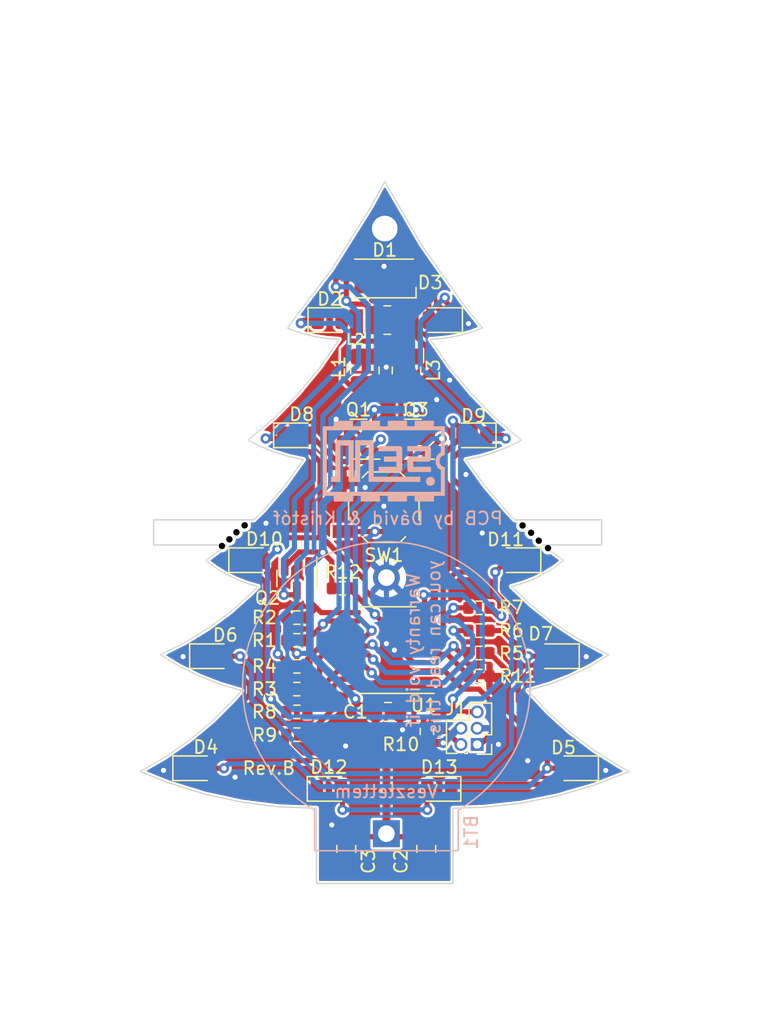
<source format=kicad_pcb>
(kicad_pcb (version 20221018) (generator pcbnew)
  (layers (0 "F.Cu" signal) (31 "B.Cu" signal) (34 "B.Paste" user) (35 "F.Paste" user) (36 "B.SilkS" user "B.Silkscreen") (37 "F.SilkS" user "F.Silkscreen") (38 "B.Mask" user) (39 "F.Mask" user) (44 "Edge.Cuts" user))
  (net 0 "")
  (net 1 "VCC")
  (net 2 "GND")
  (net 3 "/MPX2")
  (net 4 "Net-(D1-BK)")
  (net 5 "/MPX1")
  (net 6 "Net-(D1-GK)")
  (net 7 "Net-(D1-RK)")
  (net 8 "Net-(D2-A)")
  (net 9 "Net-(D4-A)")
  (net 10 "Net-(D6-A)")
  (net 11 "Net-(D8-A)")
  (net 12 "Net-(D10-A)")
  (net 13 "Net-(D12-A)")
  (net 14 "/SWC")
  (net 15 "/SWD")
  (net 16 "/nRST")
  (net 17 "/B")
  (net 18 "/R")
  (net 19 "/G")
  (net 20 "/L1")
  (net 21 "/L2")
  (net 22 "/L3")
  (net 23 "/L4")
  (net 24 "/L5")
  (net 25 "/L6")
  (net 26 "Net-(U1-PB6{slash}PF4-BOOT0)")
  (net 27 "Net-(SW1A-A)")
  (footprint "LED_SMD:LED_0805_2012Metric" (layer "F.Cu") (at 134.4375 55 180)
    (fp_text reference "D3")
    (fp_text value "LED" hide)
  )
  (footprint "LED_SMD:LED_0805_2012Metric" (layer "F.Cu") (at 123.0625 64)
    (fp_text reference "D8")
    (fp_text value "LED")
  )
  (footprint "Inductor_SMD:L_1008_2520Metric" (layer "F.Cu") (at 128.5 58.925 90)
    (fp_text reference "L1")
    (fp_text value "L")
  )
  (footprint "kikit:Tab" (layer "F.Cu") (at 147.32 71.58 180)
    (fp_text reference "T1" hide)
    (fp_text value "Tab")
  )
  (footprint "LED_SMD:LED_0805_2012Metric" (layer "F.Cu") (at 116.5 81.25)
    (fp_text reference "D6")
    (fp_text value "LED" hide)
  )
  (footprint "Resistor_SMD:R_0603_1608Metric" (layer "F.Cu") (at 123.19 80.01)
    (fp_text reference "R1")
    (fp_text value "100k")
  )
  (footprint "Resistor_SMD:R_0603_1608Metric" (layer "F.Cu") (at 133.35 87.122 90)
    (fp_text reference "R10")
    (fp_text value "100k")
  )
  (footprint "kikit:Tab" (layer "F.Cu") (at 111.76 71.58)
    (fp_text reference "T1" hide)
    (fp_text value "Tab")
  )
  (footprint "LED_SMD:LED_0805_2012Metric" (layer "F.Cu") (at 125.75 55)
    (fp_text reference "D2")
    (fp_text value "LED" hide)
  )
  (footprint "" (layer "F.Cu") (at 117.92 72.12)
    (fp_text reference "")
    (fp_text value "")
  )
  (footprint "Resistor_SMD:R_0603_1608Metric" (layer "F.Cu") (at 123.19 85.598)
    (fp_text reference "R8")
    (fp_text value "1k")
  )
  (footprint "" (layer "F.Cu") (at 119.11 71.03)
    (fp_text reference "")
    (fp_text value "")
  )
  (footprint "Resistor_SMD:R_0603_1608Metric" (layer "F.Cu") (at 137.414 82.804 180)
    (fp_text reference "R11")
    (fp_text value "100k")
  )
  (footprint "LED_SMD:LED_0805_2012Metric" (layer "F.Cu") (at 125.6875 91.611)
    (fp_text reference "D12")
    (fp_text value "LED")
  )
  (footprint "LED_SMD:LED_0805_2012Metric" (layer "F.Cu") (at 137.0625 64 180)
    (fp_text reference "D9")
    (fp_text value "LED" hide)
  )
  (footprint "NPTH" (layer "F.Cu") (at 142.09 72.23)
    (fp_text reference "REF**" hide)
    (fp_text value "NPTH" hide)
  )
  (footprint "LED_SMD:LED_0805_2012Metric" (layer "F.Cu") (at 115.1875 90)
    (fp_text reference "D4")
    (fp_text value "LED" hide)
  )
  (footprint "kikit:Tab" (layer "F.Cu") (at 130.175 99.08 90)
    (fp_text reference "T1" hide)
    (fp_text value "Tab")
  )
  (footprint "kikit:Tab" (layer "F.Cu") (at 124.02 45.77 -90)
    (fp_text reference "T1" hide)
    (fp_text value "Tab")
  )
  (footprint "LED_SMD:LED_0805_2012Metric" (layer "F.Cu") (at 145.0625 90 180)
    (fp_text reference "D5")
    (fp_text value "LED")
  )
  (footprint "NPTH" (layer "F.Cu") (at 140.82 71.04)
    (fp_text reference "REF**" hide)
    (fp_text value "NPTH" hide)
  )
  (footprint "sajat:SOT-23" (layer "F.Cu") (at 132.25 64.3)
    (fp_text reference "Q3")
    (fp_text value "AO3401A")
  )
  (footprint "LED_SMD:LED_RGB_Wuerth-PLCC4_3.2x2.8mm_150141M173100" (layer "F.Cu") (at 130 51.75 180)
    (fp_text reference "D1")
    (fp_text value "LED_ARGB")
  )
  (footprint "karifa:ProgConnector_5pin" (layer "F.Cu") (at 137.277 88.143 180)
    (fp_text reference "J1")
    (fp_text value "Conn_2Rows-05Pins")
  )
  (footprint "Inductor_SMD:L_1008_2520Metric" (layer "F.Cu") (at 130.25 55)
    (fp_text reference "L2")
    (fp_text value "L")
  )
  (footprint "Resistor_SMD:R_0603_1608Metric" (layer "F.Cu") (at 126.746 75.946 180)
    (fp_text reference "R12")
    (fp_text value "100k")
  )
  (footprint "Resistor_SMD:R_0603_1608Metric" (layer "F.Cu") (at 137.414 77.47 180)
    (fp_text reference "R7")
    (fp_text value "1k")
  )
  (footprint "" (layer "F.Cu") (at 117.34 72.64)
    (fp_text reference "")
    (fp_text value "")
  )
  (footprint "sajat:SOT-23" (layer "F.Cu") (at 128 64.3)
    (fp_text reference "Q1")
    (fp_text value "AO3401A")
  )
  (footprint "LED_SMD:LED_0805_2012Metric" (layer "F.Cu") (at 140.5625 73.75 180)
    (fp_text reference "D11")
    (fp_text value "LED" hide)
  )
  (footprint "Package_SO:TSSOP-20_4.4x6.5mm_P0.65mm" (layer "F.Cu") (at 130.302 80.772 180)
    (fp_text reference "U1")
    (fp_text value "PY32F002AF15P6TU")
  )
  (footprint "Button_Switch_SMD:SW_SPST_TL3342" (layer "F.Cu") (at 129.986 69.611 180)
    (fp_text reference "SW1")
    (fp_text value "SW_DPST_x2")
  )
  (footprint "Resistor_SMD:R_0603_1608Metric" (layer "F.Cu") (at 123.19 83.82)
    (fp_text reference "R3")
    (fp_text value "100k")
  )
  (footprint "Resistor_SMD:R_0603_1608Metric" (layer "F.Cu") (at 123.19 87.376)
    (fp_text reference "R9")
    (fp_text value "1k")
  )
  (footprint "LED_SMD:LED_0805_2012Metric" (layer "F.Cu") (at 143.5625 81.25 180)
    (fp_text reference "D7")
    (fp_text value "LED" hide)
  )
  (footprint "" (layer "F.Cu") (at 142.81 72.81)
    (fp_text reference "")
    (fp_text value "")
  )
  (footprint "Capacitor_SMD:C_0805_2012Metric" (layer "F.Cu") (at 133.3 96.3 -90)
    (fp_text reference "C2")
    (fp_text value "10uF")
  )
  (footprint "" (layer "F.Cu") (at 118.47 71.57)
    (fp_text reference "")
    (fp_text value "")
  )
  (footprint "Capacitor_SMD:C_0805_2012Metric" (layer "F.Cu") (at 130.302 85.598 180)
    (fp_text reference "C1")
    (fp_text value "100nF")
  )
  (footprint "LED_SMD:LED_0805_2012Metric" (layer "F.Cu") (at 134.3125 91.611 180)
    (fp_text reference "D13")
    (fp_text value "LED")
  )
  (footprint "Capacitor_SMD:C_0805_2012Metric" (layer "F.Cu") (at 127.05 96.3 -90)
    (fp_text reference "C3")
    (fp_text value "10uF")
  )
  (footprint "NPTH" (layer "F.Cu") (at 141.49 71.61)
    (fp_text reference "REF**" hide)
    (fp_text value "NPTH" hide)
  )
  (footprint "Resistor_SMD:R_0603_1608Metric" (layer "F.Cu") (at 137.414 81 180)
    (fp_text reference "R5")
    (fp_text value "1k")
  )
  (footprint "sajat:SOT-23" (layer "F.Cu") (at 123.19 75.184 90)
    (fp_text reference "Q2")
    (fp_text value "AO3401A")
  )
  (footprint "LED_SMD:LED_0805_2012Metric" (layer "F.Cu") (at 119.5625 73.75)
    (fp_text reference "D10")
    (fp_text value "LED")
  )
  (footprint "Resistor_SMD:R_0603_1608Metric" (layer "F.Cu") (at 137.414 79.25 180)
    (fp_text reference "R6")
    (fp_text value "1k")
  )
  (footprint "Resistor_SMD:R_0603_1608Metric" (layer "F.Cu") (at 123.19 78.232)
    (fp_text reference "R2")
    (fp_text value "100k")
  )
  (footprint "Inductor_SMD:L_1008_2520Metric" (layer "F.Cu") (at 131.75 58.925 90)
    (fp_text reference "L3")
    (fp_text value "L")
  )
  (footprint "Resistor_SMD:R_0603_1608Metric" (layer "F.Cu") (at 123.19 82.042)
    (fp_text reference "R4")
    (fp_text value "1k")
  )
  (footprint "karifa:CR2032_Holder" (layer "B.Cu") (at 130.186 95.111 90)
    (fp_text reference "BT1")
    (fp_text value "Battery")
  )
  (gr_poly (pts (xy 131.280358 64.839124) (xy 131.3279 64.873231) (xy 131.332982 64.876907) (xy 131.338131 64.880936) (xy 131.343315 64.885282) (xy 131.348506 64.889912) (xy 131.353673 64.894791) (xy 131.358785 64.899882) (xy 131.363813 64.905153) (xy 131.368725 64.910567) (xy 131.373492 64.91609) (xy 131.378083 64.921687) (xy 131.382469 64.927324) (xy 131.386618 64.932965) (xy 131.390501 64.938576) (xy 131.394087 64.944122) (xy 131.397346 64.949568) (xy 131.400247 64.954879) (xy 131.407752 64.973134) (xy 131.413392 64.998788) (xy 131.417434 65.041666) (xy 131.420143 65.111588) (xy 131.42263 65.37186) (xy 131.422985 65.858183) (xy 131.422985 66.710844) (xy 131.396113 66.761487) (xy 131.392563 66.767944) (xy 131.388883 66.774144) (xy 131.385063 66.780095) (xy 131.381095 66.785808) (xy 131.376969 66.79129) (xy 131.372677 66.796551) (xy 131.36821 66.8016) (xy 131.363557 66.806446) (xy 131.358711 66.811098) (xy 131.353662 66.815566) (xy 131.348401 66.819858) (xy 131.342919 66.823984) (xy 131.337207 66.827952) (xy 131.331255 66.831771) (xy 131.325056 66.835452) (xy 131.318599 66.839002) (xy 131.268989 66.865874) (xy 129.572969 66.865874) (xy 129.572969 66.45763) (xy 130.960998 66.45763) (xy 130.960998 66.059721) (xy 129.989481 66.059721) (xy 129.989481 65.651477) (xy 130.960998 65.651477) (xy 130.960998 65.242201) (xy 129.572969 65.242201) (xy 129.572969 64.832923)) (fill solid) (layer "B.SilkS"))
  (gr_poly (pts (xy 132.66942 64.836024) (xy 133.524149 64.839124) (xy 133.571691 64.873231) (xy 133.576773 64.876907) (xy 133.58192 64.880936) (xy 133.5871 64.885282) (xy 133.592281 64.889912) (xy 133.597432 64.894791) (xy 133.602521 64.899882) (xy 133.607517 64.905153) (xy 133.612386 64.910567) (xy 133.617099 64.91609) (xy 133.621621 64.921687) (xy 133.625923 64.927324) (xy 133.629972 64.932965) (xy 133.633737 64.938576) (xy 133.637185 64.944122) (xy 133.640284 64.949568) (xy 133.643004 64.954879) (xy 133.650554 64.972118) (xy 133.656311 64.992216) (xy 133.660518 65.020064) (xy 133.663416 65.060558) (xy 133.665249 65.118589) (xy 133.666259 65.199051) (xy 133.666775 65.446839) (xy 133.666685 65.587649) (xy 133.666523 65.645437) (xy 133.666243 65.695661) (xy 133.66581 65.738957) (xy 133.665195 65.775961) (xy 133.664364 65.807309) (xy 133.663287 65.833637) (xy 133.661932 65.85558) (xy 133.661139 65.865107) (xy 133.660265 65.873775) (xy 133.659306 65.881666) (xy 133.658257 65.888857) (xy 133.657115 65.89543) (xy 133.655875 65.901462) (xy 133.654534 65.907035) (xy 133.653087 65.912227) (xy 133.651531 65.917117) (xy 133.649862 65.921786) (xy 133.646167 65.930776) (xy 133.641971 65.939832) (xy 133.639494 65.944936) (xy 133.636737 65.950145) (xy 133.633735 65.955418) (xy 133.630522 65.960713) (xy 133.627133 65.96599) (xy 133.623604 65.971207) (xy 133.619968 65.976325) (xy 133.616262 65.981302) (xy 133.612519 65.986098) (xy 133.608775 65.990671) (xy 133.605064 65.99498) (xy 133.601421 65.998986) (xy 133.597881 66.002646) (xy 133.594479 66.00592) (xy 133.591249 66.008767) (xy 133.588227 66.011146) (xy 133.56318 66.026586) (xy 133.549458 66.032899) (xy 133.533773 66.038357) (xy 133.515255 66.043021) (xy 133.49303 66.046954) (xy 133.433973 66.052874) (xy 133.349628 66.056615) (xy 133.233016 66.058672) (xy 132.875092 66.059721) (xy 132.290116 66.059721) (xy 132.290116 66.45763) (xy 133.666775 66.45763) (xy 133.666775 66.865874) (xy 131.970755 66.865874) (xy 131.917012 66.830734) (xy 131.90968 66.826091) (xy 131.902786 66.821448) (xy 131.896307 66.816781) (xy 131.890221 66.812066) (xy 131.884503 66.807277) (xy 131.879132 66.802392) (xy 131.874086 66.797386) (xy 131.86934 66.792235) (xy 131.864873 66.786914) (xy 131.860662 66.781399) (xy 131.856684 66.775666) (xy 131.852917 66.769691) (xy 131.849337 66.763449) (xy 131.845922 66.756917) (xy 131.84265 66.75007) (xy 131.839497 66.742884) (xy 131.832244 66.72401) (xy 131.826626 66.70235) (xy 131.822438 66.673375) (xy 131.819473 66.632555) (xy 131.817525 66.575359) (xy 131.816388 66.497259) (xy 131.815726 66.260226) (xy 131.815779 66.120881) (xy 131.815903 66.064013) (xy 131.816146 66.014795) (xy 131.816546 65.972566) (xy 131.817143 65.936663) (xy 131.817976 65.906422) (xy 131.818494 65.893217) (xy 131.819085 65.881179) (xy 131.819755 65.870226) (xy 131.820509 65.860273) (xy 131.821351 65.851239) (xy 131.822287 65.84304) (xy 131.823321 65.835593) (xy 131.824458 65.828816) (xy 131.825704 65.822626) (xy 131.827063 65.816939) (xy 131.828539 65.811674) (xy 131.830139 65.806746) (xy 131.831867 65.802073) (xy 131.833728 65.797573) (xy 131.835726 65.793162) (xy 131.837868 65.788757) (xy 131.842598 65.779636) (xy 131.845843 65.773277) (xy 131.849372 65.766995) (xy 131.85318 65.760791) (xy 131.857261 65.754669) (xy 131.861608 65.748632) (xy 131.866215 65.742683) (xy 131.871077 65.736824) (xy 131.876187 65.73106) (xy 131.88154 65.725392) (xy 131.887128 65.719824) (xy 131.892947 65.714359) (xy 131.898989 65.709) (xy 131.90525 65.70375) (xy 131.911723 65.698613) (xy 131.918401 65.69359) (xy 131.92528 65.688685) (xy 131.980057 65.651477) (xy 133.203755 65.651477) (xy 133.203755 65.242201) (xy 131.815726 65.242201) (xy 131.815726 64.832923)) (fill solid) (layer "B.SilkS"))
  (gr_poly (pts (xy 127.618566 67.228642) (xy 127.74569 67.228642) (xy 127.74569 64.37817) (xy 129.191597 64.37817) (xy 129.191597 67.228642) (xy 132.833751 67.228642) (xy 132.833751 67.636886) (xy 128.797822 67.636886) (xy 128.797822 64.786414) (xy 128.138431 64.786414) (xy 128.138431 67.636886) (xy 127.225826 67.636886) (xy 127.225826 64.786414) (xy 126.589172 64.786414) (xy 126.589172 67.636886) (xy 125.860534 67.636886) (xy 125.860534 67.228642) (xy 126.196431 67.228642) (xy 126.196431 64.37817) (xy 127.618566 64.37817)) (fill solid) (layer "B.SilkS"))
  (gr_poly (pts (xy 133.628882 67.235451) (xy 133.641102 67.23618) (xy 133.65334 67.237298) (xy 133.66548 67.238792) (xy 133.677409 67.240647) (xy 133.689011 67.24285) (xy 133.700171 67.245389) (xy 133.710774 67.248248) (xy 133.720705 67.251414) (xy 133.729848 67.254874) (xy 133.738089 67.258614) (xy 133.741405 67.260333) (xy 133.744749 67.261996) (xy 133.748102 67.263595) (xy 133.751444 67.265123) (xy 133.754756 67.266572) (xy 133.758019 67.267935) (xy 133.761211 67.269204) (xy 133.764315 67.270371) (xy 133.767309 67.27143) (xy 133.770175 67.272372) (xy 133.772892 67.273189) (xy 133.775441 67.273875) (xy 133.777803 67.274422) (xy 133.779957 67.274822) (xy 133.781884 67.275068) (xy 133.783564 67.275151) (xy 133.784869 67.275282) (xy 133.786443 67.275668) (xy 133.788265 67.276296) (xy 133.790314 67.277154) (xy 133.79257 67.27823) (xy 133.79501 67.279511) (xy 133.797613 67.280987) (xy 133.800359 67.282644) (xy 133.803226 67.284471) (xy 133.806193 67.286455) (xy 133.809239 67.288585) (xy 133.812342 67.290848) (xy 133.815481 67.293232) (xy 133.818636 67.295725) (xy 133.821784 67.298315) (xy 133.824905 67.30099) (xy 133.8453 67.319821) (xy 133.863895 67.338035) (xy 133.880754 67.355764) (xy 133.895944 67.373143) (xy 133.909529 67.390303) (xy 133.921575 67.407378) (xy 133.932145 67.424502) (xy 133.941306 67.441808) (xy 133.949123 67.459428) (xy 133.955661 67.477497) (xy 133.960984 67.496147) (xy 133.965158 67.515511) (xy 133.968248 67.535723) (xy 133.97032 67.556917) (xy 133.971437 67.579225) (xy 133.971666 67.60278) (xy 133.970954 67.624344) (xy 133.969035 67.645416) (xy 133.965942 67.665974) (xy 133.961709 67.685991) (xy 133.95637 67.705443) (xy 133.949959 67.724307) (xy 133.942509 67.742556) (xy 133.934056 67.760167) (xy 133.924632 67.777114) (xy 133.914271 67.793374) (xy 133.903008 67.808922) (xy 133.890876 67.823733) (xy 133.877909 67.837782) (xy 133.864141 67.851045) (xy 133.849605 67.863497) (xy 133.834337 67.875115) (xy 133.818369 67.885872) (xy 133.801735 67.895744) (xy 133.784469 67.904708) (xy 133.766606 67.912737) (xy 133.748179 67.919809) (xy 133.729222 67.925897) (xy 133.709768 67.930978) (xy 133.689853 67.935027) (xy 133.669509 67.938019) (xy 133.64877 67.939929) (xy 133.62767 67.940734) (xy 133.606244 67.940408) (xy 133.584525 67.938927) (xy 133.562546 67.936267) (xy 133.540343 67.932402) (xy 133.517948 67.927308) (xy 133.505909 67.924151) (xy 133.494552 67.920856) (xy 133.483807 67.917379) (xy 133.473603 67.913678) (xy 133.463872 67.90971) (xy 133.454543 67.905434) (xy 133.445548 67.900806) (xy 133.436816 67.895785) (xy 133.428277 67.890328) (xy 133.419863 67.884392) (xy 133.411503 67.877935) (xy 133.403129 67.870916) (xy 133.394669 67.86329) (xy 133.386055 67.855017) (xy 133.377217 67.846053) (xy 133.368086 67.836357) (xy 133.352318 67.818319) (xy 133.337962 67.799503) (xy 133.325027 67.779958) (xy 133.313519 67.759731) (xy 133.303446 67.738867) (xy 133.294816 67.717415) (xy 133.287637 67.69542) (xy 133.281915 67.67293) (xy 133.277659 67.649993) (xy 133.274876 67.626654) (xy 133.273574 67.602961) (xy 133.27376 67.57896) (xy 133.275442 67.554699) (xy 133.278627 67.530225) (xy 133.283323 67.505584) (xy 133.289537 67.480823) (xy 133.296496 67.459861) (xy 133.305289 67.439276) (xy 133.31581 67.419158) (xy 133.327956 67.399595) (xy 133.341621 67.380673) (xy 133.356703 67.36248) (xy 133.373095 67.345106) (xy 133.390694 67.328636) (xy 133.409395 67.31316) (xy 133.429094 67.298765) (xy 133.449686 67.285538) (xy 133.471067 67.273569) (xy 133.493133 67.262943) (xy 133.515778 67.25375) (xy 133.538898 67.246077) (xy 133.562389 67.240011) (xy 133.572083 67.238119) (xy 133.582486 67.236699) (xy 133.593483 67.235735) (xy 133.604957 67.235215) (xy 133.616796 67.235125)) (fill solid) (layer "B.SilkS"))
  (gr_poly (pts (xy 127.583426 63.290899) (xy 128.18494 63.290899) (xy 128.18494 62.858883) (xy 129.688724 62.858883) (xy 129.688724 63.290899) (xy 130.290238 63.290899) (xy 130.290238 62.858883) (xy 131.792988 62.858883) (xy 131.792988 63.290899) (xy 132.394502 63.290899) (xy 132.394502 62.858883) (xy 133.897253 62.858883) (xy 133.897253 63.290899) (xy 134.753014 63.290899) (xy 134.753014 65.542957) (xy 134.6817 65.563628) (xy 134.662971 65.569119) (xy 134.645814 65.574417) (xy 134.630055 65.579622) (xy 134.615522 65.584831) (xy 134.602044 65.590143) (xy 134.589446 65.595657) (xy 134.577557 65.60147) (xy 134.566204 65.607682) (xy 134.555214 65.61439) (xy 134.544415 65.621693) (xy 134.533634 65.62969) (xy 134.522699 65.638478) (xy 134.511437 65.648156) (xy 134.499675 65.658823) (xy 134.487241 65.670578) (xy 134.473962 65.683517) (xy 134.466103 65.691169) (xy 134.458424 65.699002) (xy 134.450937 65.707001) (xy 134.44365 65.715153) (xy 134.436576 65.723444) (xy 134.429724 65.731861) (xy 134.423105 65.74039) (xy 134.41673 65.749017) (xy 134.410609 65.757729) (xy 134.404753 65.766512) (xy 134.399173 65.775353) (xy 134.393879 65.784238) (xy 134.388882 65.793153) (xy 134.384192 65.802084) (xy 134.37982 65.811019) (xy 134.375776 65.819943) (xy 134.366047 65.842152) (xy 134.361978 65.852186) (xy 134.3584 65.861769) (xy 134.355282 65.871097) (xy 134.352595 65.880368) (xy 134.350307 65.889778) (xy 134.348388 65.899525) (xy 134.346808 65.909804) (xy 134.345538 65.920813) (xy 134.344546 65.932748) (xy 134.343802 65.945807) (xy 134.342938 65.976082) (xy 134.342704 66.013213) (xy 134.342863 66.052055) (xy 134.343133 66.068419) (xy 134.343592 66.083073) (xy 134.344287 66.096261) (xy 134.345265 66.108229) (xy 134.346573 66.119222) (xy 134.348259 66.129485) (xy 134.350368 66.139263) (xy 134.352948 66.148803) (xy 134.356046 66.158348) (xy 134.359708 66.168145) (xy 134.363982 66.178438) (xy 134.368915 66.189474) (xy 134.380944 66.214751) (xy 134.384958 66.222783) (xy 134.389224 66.230948) (xy 134.393702 66.239186) (xy 134.398352 66.247436) (xy 134.408013 66.26373) (xy 134.417892 66.279346) (xy 134.422815 66.286749) (xy 134.427675 66.2938) (xy 134.432431 66.300439) (xy 134.437045 66.306606) (xy 134.441477 66.31224) (xy 134.445689 66.31728) (xy 134.44964 66.321667) (xy 134.453291 66.325339) (xy 134.48536 66.356298) (xy 134.499375 66.369347) (xy 134.51238 66.380971) (xy 134.524627 66.391318) (xy 134.536371 66.400534) (xy 134.547863 66.408765) (xy 134.559357 66.41616) (xy 134.571105 66.422864) (xy 134.58336 66.429024) (xy 134.596375 66.434788) (xy 134.610403 66.440302) (xy 134.625697 66.445713) (xy 134.642509 66.451168) (xy 134.6817 66.462798) (xy 134.753014 66.484502) (xy 134.753014 68.724158) (xy 133.897253 68.724158) (xy 133.897253 69.167542) (xy 132.394502 69.167542) (xy 132.394502 68.724158) (xy 131.792988 68.724158) (xy 131.792988 69.167542) (xy 130.290238 69.167542) (xy 130.290238 68.724158) (xy 129.688724 68.724158) (xy 129.688724 69.167542) (xy 128.18494 69.167542) (xy 128.18494 68.724158) (xy 127.583426 68.724158) (xy 127.583426 69.167542) (xy 126.069307 69.167542) (xy 126.069307 68.724158) (xy 125.213545 68.724158) (xy 125.213545 68.408932) (xy 125.53704 68.408932) (xy 134.440888 68.408932) (xy 134.440888 67.555237) (xy 134.440275 67.190482) (xy 134.438304 66.923105) (xy 134.43675 66.827659) (xy 134.434784 66.758629) (xy 134.432382 66.716704) (xy 134.43101 66.706123) (xy 134.43028 66.703464) (xy 134.429519 66.702576) (xy 134.428219 66.702362) (xy 134.426282 66.701734) (xy 134.42067 66.69933) (xy 134.413024 66.695545) (xy 134.403681 66.690561) (xy 134.392983 66.68456) (xy 134.381267 66.677723) (xy 134.368872 66.670232) (xy 134.356139 66.662269) (xy 134.32439 66.640372) (xy 134.293899 66.616591) (xy 134.264713 66.591007) (xy 134.23688 66.563696) (xy 134.210445 66.534738) (xy 134.185456 66.504211) (xy 134.161959 66.472195) (xy 134.140003 66.438768) (xy 134.119633 66.404009) (xy 134.100896 66.367996) (xy 134.08384 66.330808) (xy 134.068512 66.292524) (xy 134.054957 66.253222) (xy 134.043225 66.212982) (xy 134.03336 66.171883) (xy 134.02541 66.130001) (xy 134.019832 66.089768) (xy 134.016633 66.049007) (xy 134.015772 66.00787) (xy 134.017207 65.96651) (xy 134.020894 65.925077) (xy 134.026791 65.883723) (xy 134.034856 65.842599) (xy 134.045047 65.801856) (xy 134.057321 65.761646) (xy 134.071636 65.722121) (xy 134.08795 65.683431) (xy 134.106219 65.645729) (xy 134.126402 65.609165) (xy 134.148457 65.57389) (xy 134.17234 65.540057) (xy 134.198009 65.507817) (xy 134.205222 65.499344) (xy 134.21284 65.490661) (xy 134.220757 65.481872) (xy 134.22887 65.473081) (xy 134.245263 65.455913) (xy 134.253334 65.447744) (xy 134.261184 65.439992) (xy 134.268706 65.432761) (xy 134.275796 65.426154) (xy 134.282351 65.420278) (xy 134.288265 65.415236) (xy 134.293435 65.411132) (xy 134.297755 65.408072) (xy 134.299564 65.406965) (xy 134.301121 65.406159) (xy 134.302414 65.405665) (xy 134.303429 65.405498) (xy 134.304454 65.405284) (xy 134.305959 65.404656) (xy 134.307914 65.403638) (xy 134.310293 65.402252) (xy 134.316201 65.398467) (xy 134.323454 65.393483) (xy 134.331821 65.387482) (xy 134.341072 65.380645) (xy 134.350978 65.373154) (xy 134.361307 65.36519) (xy 134.366558 65.360979) (xy 134.371822 65.356886) (xy 134.377065 65.352932) (xy 134.382252 65.349138) (xy 134.387348 65.345526) (xy 134.392319 65.342118) (xy 134.397129 65.338933) (xy 134.401744 65.335993) (xy 134.406128 65.33332) (xy 134.410248 65.330934) (xy 134.414068 65.328858) (xy 134.417554 65.327111) (xy 134.420669 65.325716) (xy 134.423381 65.324693) (xy 134.425654 65.324064) (xy 134.426615 65.323903) (xy 134.427453 65.323849) (xy 134.429307 65.321664) (xy 134.430997 65.314796) (xy 134.433912 65.28514) (xy 134.438046 65.149054) (xy 134.440242 64.885649) (xy 134.440888 64.464987) (xy 134.440888 63.606125) (xy 125.53704 63.606125) (xy 125.53704 68.408932) (xy 125.213545 68.408932) (xy 125.213545 63.290899) (xy 126.069307 63.290899) (xy 126.069307 62.858883) (xy 127.583426 62.858883)) (fill solid) (layer "B.SilkS"))
  (gr_line (start 115.96408 92.0092) (end 118.84698 92.63658) (stroke (width 0.1)) (layer "Edge.Cuts"))
  (gr_line (start 135.39 93.1268) (end 137.74966 93.05314) (stroke (width 0.1)) (layer "Edge.Cuts"))
  (gr_line (start 114.43246 80.18804) (end 112.53 81.138) (stroke (width 0.1)) (layer "Edge.Cuts"))
  (gr_line (start 136.787 55.94882) (end 137.676 55.611) (stroke (width 0.1)) (layer "Edge.Cuts"))
  (gr_line (start 119.54802 76.40598) (end 117.95544 77.81314) (stroke (width 0.1)) (layer "Edge.Cuts"))
  (gr_line (start 139.70038 64.8947) (end 140.724 64.374) (stroke (width 0.1)) (layer "Edge.Cuts"))
  (gr_line (start 120.6199 69.83754) (end 119.83 70.6) (stroke (width 0.1)) (layer "Edge.Cuts"))
  (gr_line (start 139.962 75.804) (end 140.13472 75.76082) (stroke (width 0.1)) (layer "Edge.Cuts"))
  (gr_line (start 118.26786 84.62796) (end 116.6321 86.2688) (stroke (width 0.1)) (layer "Edge.Cuts"))
  (gr_line (start 115.58308 82.81186) (end 117.20868 83.44432) (stroke (width 0.1)) (layer "Edge.Cuts"))
  (gr_line (start 121.41746 62.6468) (end 119.388 64.374) (stroke (width 0.1)) (layer "Edge.Cuts"))
  (gr_line (start 125.55258 56.4365) (end 126.5 56.5) (stroke (width 0.1)) (layer "Edge.Cuts"))
  (gr_line (start 124.61278 56.28918) (end 125.55258 56.4365) (stroke (width 0.1)) (layer "Edge.Cuts"))
  (gr_line (start 118.88 83.932) (end 118.26786 84.62796) (stroke (width 0.1)) (layer "Edge.Cuts"))
  (gr_line (start 124.722 98.9942) (end 135.39 98.9942) (stroke (width 0.1)) (layer "Edge.Cuts"))
  (gr_line (start 137.53122 65.65924) (end 138.63358 65.32396) (stroke (width 0.1)) (layer "Edge.Cuts"))
  (gr_line (start 114.02098 82.04224) (end 115.58308 82.81186) (stroke (width 0.1)) (layer "Edge.Cuts"))
  (gr_line (start 116.89626 73.18272) (end 116.086 73.772) (stroke (width 0.1)) (layer "Edge.Cuts"))
  (gr_line (start 121.48096 65.32396) (end 122.58078 65.65924) (stroke (width 0.1)) (layer "Edge.Cuts"))
  (gr_line (start 143.17002 78.59038) (end 141.50632 77.26704) (stroke (width 0.1)) (layer "Edge.Cuts"))
  (gr_line (start 122.436 55.611) (end 122.78906 55.75578) (stroke (width 0.1)) (layer "Edge.Cuts"))
  (gr_line (start 146.40852 91.32594) (end 149.1568 90.2566) (stroke (width 0.1)) (layer "Edge.Cuts"))
  (gr_line (start 147.582 81.138) (end 146.81238 80.77732) (stroke (width 0.1)) (layer "Edge.Cuts"))
  (gr_line (start 140.68336 92.73056) (end 143.57642 92.15398) (stroke (width 0.1)) (layer "Edge.Cuts"))
  (gr_line (start 124.9887 58.69456) (end 123.28944 60.74688) (stroke (width 0.1)) (layer "Edge.Cuts"))
  (gr_line (start 123.68822 56.06312) (end 124.61278 56.28918) (stroke (width 0.1)) (layer "Edge.Cuts"))
  (gr_line (start 126.5 56.5) (end 124.9887 58.69456) (stroke (width 0.1)) (layer "Edge.Cuts"))
  (gr_line (start 137.86396 67.93508) (end 136.406 65.898) (stroke (width 0.1)) (layer "Edge.Cuts"))
  (gr_line (start 147 70.6) (end 140.2 70.6) (stroke (width 0.1)) (layer "Edge.Cuts"))
  (gr_line (start 133.612 56.5) (end 133.993 56.48476) (stroke (width 0.1)) (layer "Edge.Cuts"))
  (gr_line (start 142.81188 85.62872) (end 141.232 83.932) (stroke (width 0.1)) (layer "Edge.Cuts"))
  (gr_line (start 120.15 75.804) (end 119.54802 76.40598) (stroke (width 0.1)) (layer "Edge.Cuts"))
  (gr_line (start 141.79334 75.17154) (end 142.57566 74.77022) (stroke (width 0.1)) (layer "Edge.Cuts"))
  (gr_line (start 132.9389 49.13654) (end 130.056 44.181) (stroke (width 0.1)) (layer "Edge.Cuts"))
  (gr_line (start 117.20868 83.44432) (end 118.88 83.932) (stroke (width 0.1)) (layer "Edge.Cuts"))
  (gr_line (start 147 72.56) (end 142.45 72.56) (stroke (width 0.1)) (layer "Edge.Cuts"))
  (gr_line (start 148.344 89.8121) (end 146.38058 88.5802) (stroke (width 0.1)) (layer "Edge.Cuts"))
  (gr_line (start 144.52892 82.81186) (end 146.09356 82.04224) (stroke (width 0.1)) (layer "Edge.Cuts"))
  (gr_line (start 140.2 70.6) (end 139.4921 69.83754) (stroke (width 0.1)) (layer "Edge.Cuts"))
  (gr_line (start 136.406 65.898) (end 137.53122 65.65924) (stroke (width 0.1)) (layer "Edge.Cuts"))
  (gr_line (start 117.95544 77.81314) (end 116.24602 79.07806) (stroke (width 0.1)) (layer "Edge.Cuts"))
  (gr_line (start 120.41416 64.8947) (end 121.48096 65.32396) (stroke (width 0.1)) (layer "Edge.Cuts"))
  (gr_line (start 138.63358 65.32396) (end 139.70038 64.8947) (stroke (width 0.1)) (layer "Edge.Cuts"))
  (gr_line (start 116.24602 79.07806) (end 114.43246 80.18804) (stroke (width 0.1)) (layer "Edge.Cuts"))
  (gr_line (start 134.94042 56.38824) (end 135.8726 56.2079) (stroke (width 0.1)) (layer "Edge.Cuts"))
  (gr_line (start 121.7756 93.00996) (end 124.722 93.1268) (stroke (width 0.1)) (layer "Edge.Cuts"))
  (gr_line (start 146.38058 88.5802) (end 144.53146 87.1832) (stroke (width 0.1)) (layer "Edge.Cuts"))
  (gr_line (start 118.84698 92.63658) (end 121.7756 93.00996) (stroke (width 0.1)) (layer "Edge.Cuts"))
  (gr_line (start 137.676 55.611) (end 136.24344 53.8203) (stroke (width 0.1)) (layer "Edge.Cuts"))
  (gr_line (start 140.13472 75.76082) (end 140.97546 75.50174) (stroke (width 0.1)) (layer "Edge.Cuts"))
  (gr_line (start 124.722 93.1268) (end 124.722 98.9942) (stroke (width 0.1)) (layer "Edge.Cuts"))
  (gr_line (start 149.1568 90.2566) (end 148.344 89.8121) (stroke (width 0.1)) (layer "Edge.Cuts"))
  (gr_line (start 143.57642 92.15398) (end 146.40852 91.32594) (stroke (width 0.1)) (layer "Edge.Cuts"))
  (gr_line (start 116.086 73.772) (end 116.22316 73.88376) (stroke (width 0.1)) (layer "Edge.Cuts"))
  (gr_line (start 136.24344 53.8203) (end 132.9389 49.13654) (stroke (width 0.1)) (layer "Edge.Cuts"))
  (gr_line (start 118.48122 75.24266) (end 119.30418 75.56016) (stroke (width 0.1)) (layer "Edge.Cuts"))
  (gr_line (start 142.90586 83.44432) (end 144.52892 82.81186) (stroke (width 0.1)) (layer "Edge.Cuts"))
  (gr_line (start 123.706 65.898) (end 122.24804 67.93508) (stroke (width 0.1)) (layer "Edge.Cuts"))
  (gr_line (start 112.9618 89.09328) (end 110.9552 90.2566) (stroke (width 0.1)) (layer "Edge.Cuts"))
  (gr_line (start 116.6321 86.2688) (end 114.85664 87.76232) (stroke (width 0.1)) (layer "Edge.Cuts"))
  (gr_line (start 142.57566 74.77022) (end 143.32242 74.30286) (stroke (width 0.1)) (layer "Edge.Cuts"))
  (gr_line (start 114.85664 87.76232) (end 112.9618 89.09328) (stroke (width 0.1)) (layer "Edge.Cuts"))
  (gr_line (start 144.53146 87.1832) (end 142.81188 85.62872) (stroke (width 0.1)) (layer "Edge.Cuts"))
  (gr_line (start 140.97546 75.50174) (end 141.79334 75.17154) (stroke (width 0.1)) (layer "Edge.Cuts"))
  (gr_line (start 130.056 44.181) (end 128.95618 46.19268) (stroke (width 0.1)) (layer "Edge.Cuts"))
  (gr_line (start 135.39 98.9942) (end 135.39 93.1268) (stroke (width 0.1)) (layer "Edge.Cuts"))
  (gr_line (start 117.68 72.56) (end 116.89626 73.18272) (stroke (width 0.1)) (layer "Edge.Cuts"))
  (gr_line (start 135.8726 56.2079) (end 136.787 55.94882) (stroke (width 0.1)) (layer "Edge.Cuts"))
  (gr_line (start 116.9369 74.40192) (end 117.69128 74.85658) (stroke (width 0.1)) (layer "Edge.Cuts"))
  (gr_line (start 139.4921 69.83754) (end 137.86396 67.93508) (stroke (width 0.1)) (layer "Edge.Cuts"))
  (gr_line (start 141.50632 77.26704) (end 139.962 75.804) (stroke (width 0.1)) (layer "Edge.Cuts"))
  (gr_line (start 117.68 72.56) (end 112 72.56) (stroke (width 0.1)) (layer "Edge.Cuts"))
  (gr_line (start 122.78906 55.75578) (end 123.68822 56.06312) (stroke (width 0.1)) (layer "Edge.Cuts"))
  (gr_line (start 119.83 70.6) (end 112 70.6) (stroke (width 0.1)) (layer "Edge.Cuts"))
  (gr_line (start 140.724 64.374) (end 138.69454 62.6468) (stroke (width 0.1)) (layer "Edge.Cuts"))
  (gr_line (start 144.94294 79.76386) (end 143.17002 78.59038) (stroke (width 0.1)) (layer "Edge.Cuts"))
  (gr_line (start 138.69454 62.6468) (end 136.8251 60.74688) (stroke (width 0.1)) (layer "Edge.Cuts"))
  (gr_line (start 122.58078 65.65924) (end 123.706 65.898) (stroke (width 0.1)) (layer "Edge.Cuts"))
  (gr_line (start 144.026 73.772) (end 143.21574 73.18272) (stroke (width 0.1)) (layer "Edge.Cuts"))
  (gr_line (start 122.24804 67.93508) (end 120.6199 69.83754) (stroke (width 0.1)) (layer "Edge.Cuts"))
  (gr_line (start 141.232 83.932) (end 142.90586 83.44432) (stroke (width 0.1)) (layer "Edge.Cuts"))
  (gr_line (start 119.30418 75.56016) (end 120.15 75.804) (stroke (width 0.1)) (layer "Edge.Cuts"))
  (gr_line (start 116.22316 73.88376) (end 116.9369 74.40192) (stroke (width 0.1)) (layer "Edge.Cuts"))
  (gr_line (start 113.14722 91.1329) (end 115.96408 92.0092) (stroke (width 0.1)) (layer "Edge.Cuts"))
  (gr_line (start 117.69128 74.85658) (end 118.48122 75.24266) (stroke (width 0.1)) (layer "Edge.Cuts"))
  (gr_line (start 135.12584 58.69456) (end 133.612 56.5) (stroke (width 0.1)) (layer "Edge.Cuts"))
  (gr_line (start 137.74966 93.05314) (end 140.68336 92.73056) (stroke (width 0.1)) (layer "Edge.Cuts"))
  (gr_line (start 112 70.6) (end 112 72.56) (stroke (width 0.1)) (layer "Edge.Cuts"))
  (gr_line (start 143.32242 74.30286) (end 144.026 73.772) (stroke (width 0.1)) (layer "Edge.Cuts"))
  (gr_line (start 146.09356 82.04224) (end 147.582 81.138) (stroke (width 0.1)) (layer "Edge.Cuts"))
  (gr_line (start 123.28944 60.74688) (end 121.41746 62.6468) (stroke (width 0.1)) (layer "Edge.Cuts"))
  (gr_line (start 112.53 81.138) (end 114.02098 82.04224) (stroke (width 0.1)) (layer "Edge.Cuts"))
  (gr_line (start 147 72.56) (end 147 70.6) (stroke (width 0.1)) (layer "Edge.Cuts"))
  (gr_line (start 119.388 64.374) (end 120.41416 64.8947) (stroke (width 0.1)) (layer "Edge.Cuts"))
  (gr_line (start 146.81238 80.77732) (end 144.94294 79.76386) (stroke (width 0.1)) (layer "Edge.Cuts"))
  (gr_line (start 110.9552 90.2566) (end 113.14722 91.1329) (stroke (width 0.1)) (layer "Edge.Cuts"))
  (gr_line (start 143.21574 73.18272) (end 142.45 72.56) (stroke (width 0.1)) (layer "Edge.Cuts"))
  (gr_line (start 128.95618 46.19268) (end 125.9031 51.04408) (stroke (width 0.1)) (layer "Edge.Cuts"))
  (gr_line (start 136.8251 60.74688) (end 135.12584 58.69456) (stroke (width 0.1)) (layer "Edge.Cuts"))
  (gr_line (start 133.993 56.48476) (end 134.94042 56.38824) (stroke (width 0.1)) (layer "Edge.Cuts"))
  (gr_line (start 125.9031 51.04408) (end 122.436 55.611) (stroke (width 0.1)) (layer "Edge.Cuts"))
  (gr_text "Warranty void if\nyou can read this." (at 133.096 80.772 90) (layer "B.SilkS") (effects (font (size 1 1)) (justify mirror)))
  (gr_text "PCB by Dávid & Kristóf" (at 130.302 70.485) (layer "B.SilkS") (effects (font (size 1 1)) (justify mirror)))
  (gr_text "Vesztettem" (at 130.175 91.821) (layer "B.SilkS") (effects (font (size 1 1)) (justify mirror)))
  (gr_text "Rev.B" (at 121 90) (layer "F.SilkS") (effects (font (size 1 1))))
  (segment (start 130.186 88.022) (end 129.352 87.188) (width 0.6096) (layer "F.Cu") (net 1))
  (segment (start 127.05 95.35) (end 129.947 95.35) (width 0.4064) (layer "F.Cu") (net 1))
  (segment (start 123.3807 73.1058) (end 122.24 74.2465) (width 0.4064) (layer "F.Cu") (net 1))
  (segment (start 128.524 85.598) (end 127.762 84.836) (width 0.6096) (layer "F.Cu") (net 1))
  (segment (start 129.352 87.188) (end 129.352 85.598) (width 0.6096) (layer "F.Cu") (net 1))
  (segment (start 122.365 80.201) (end 123.19 81.026) (width 0.4064) (layer "F.Cu") (net 1))
  (segment (start 127.4395 83.697) (end 128.401 83.697) (width 0.4064) (layer "F.Cu") (net 1))
  (segment (start 128.401 83.697) (end 129.352 84.648) (width 0.4064) (layer "F.Cu") (net 1))
  (segment (start 130.425 95.35) (end 130.186 95.111) (width 0.4064) (layer "F.Cu") (net 1))
  (segment (start 122.365 80.01) (end 122.365 78.232) (width 0.4064) (layer "F.Cu") (net 1))
  (segment (start 125.1758 73.1058) (end 123.3807 73.1058) (width 0.4064) (layer "F.Cu") (net 1))
  (segment (start 133.425 88.022) (end 133.35 87.947) (width 0.4064) (layer "F.Cu") (net 1))
  (segment (start 134.62 88.022) (end 133.425 88.022) (width 0.6096) (layer "F.Cu") (net 1))
  (segment (start 125.921 73.851) (end 125.921 75.946) (width 0.4064) (layer "F.Cu") (net 1))
  (segment (start 127.762 84.836) (end 127.762 84.582) (width 0.6096) (layer "F.Cu") (net 1))
  (segment (start 123.19 81.026) (end 123.19 82.995) (width 0.4064) (layer "F.Cu") (net 1))
  (segment (start 122.365 80.01) (end 122.365 80.201) (width 0.4064) (layer "F.Cu") (net 1))
  (segment (start 133.1875 62.6875) (end 133.1875 63.35) (width 0.4064) (layer "F.Cu") (net 1))
  (segment (start 125.222 73.152) (end 125.1758 73.1058) (width 0.4064) (layer "F.Cu") (net 1))
  (segment (start 130.186 88.022) (end 134.62 88.022) (width 0.6096) (layer "F.Cu") (net 1))
  (segment (start 129.25 62) (end 129.25 63.0375) (width 0.4064) (layer "F.Cu") (net 1))
  (segment (start 125.222 73.152) (end 125.921 73.851) (width 0.4064) (layer "F.Cu") (net 1))
  (segment (start 130.186 95.111) (end 130.186 88.022) (width 0.6096) (layer "F.Cu") (net 1))
  (segment (start 129.352 85.598) (end 128.524 85.598) (width 0.6096) (layer "F.Cu") (net 1))
  (segment (start 129.25 63.0375) (end 128.9375 63.35) (width 0.4064) (layer "F.Cu") (net 1))
  (segment (start 133.3 95.35) (end 130.425 95.35) (width 0.4064) (layer "F.Cu") (net 1))
  (segment (start 123.19 82.995) (end 122.365 83.82) (width 0.4064) (layer "F.Cu") (net 1))
  (segment (start 129.352 84.648) (end 129.352 85.598) (width 0.4064) (layer "F.Cu") (net 1))
  (segment (start 132.5 62) (end 133.1875 62.6875) (width 0.4064) (layer "F.Cu") (net 1))
  (segment (start 129.947 95.35) (end 130.186 95.111) (width 0.4064) (layer "F.Cu") (net 1))
  (via (at 123.19 81.026) (size 0.8) (drill 0.4) (layers "F.Cu" "B.Cu") (net 1))
  (via (at 132.5 62) (size 0.8) (drill 0.4) (layers "F.Cu" "B.Cu") (net 1))
  (via (at 129.25 62) (size 0.8) (drill 0.4) (layers "F.Cu" "B.Cu") (net 1))
  (via (at 134.62 88.022) (size 0.8) (drill 0.4) (layers "F.Cu" "B.Cu") (net 1))
  (via (at 125.222 73.152) (size 0.8) (drill 0.4) (layers "F.Cu" "B.Cu") (net 1))
  (via (at 127.762 84.582) (size 0.8) (drill 0.4) (layers "F.Cu" "B.Cu") (net 1))
  (segment (start 124.206 81.026) (end 124.206 74.168) (width 0.6096) (layer "B.Cu") (net 1))
  (segment (start 127.762 84.582) (end 124.206 81.026) (width 0.6096) (layer "B.Cu") (net 1))
  (segment (start 124.206 81.026) (end 123.19 81.026) (width 0.4064) (layer "B.Cu") (net 1))
  (segment (start 125.222 69.342) (end 126.492 68.072) (width 0.6096) (layer "B.Cu") (net 1))
  (segment (start 126.492 68.072) (end 126.492 64.758) (width 0.6096) (layer "B.Cu") (net 1))
  (segment (start 135.769 86.873) (end 136.007 86.873) (width 0.6096) (layer "B.Cu") (net 1))
  (segment (start 124.206 74.168) (end 125.222 73.152) (width 0.6096) (layer "B.Cu") (net 1))
  (segment (start 136.002 86.868) (end 136.007 86.873) (width 0.6096) (layer "B.Cu") (net 1))
  (segment (start 125.222 73.152) (end 125.222 69.342) (width 0.6096) (layer "B.Cu") (net 1))
  (segment (start 126.492 64.758) (end 129.25 62) (width 0.6096) (layer "B.Cu") (net 1))
  (segment (start 134.62 88.022) (end 135.769 86.873) (width 0.6096) (layer "B.Cu") (net 1))
  (segment (start 132.5 62) (end 129.25 62) (width 0.6096) (layer "B.Cu") (net 1))
  (segment (start 131.325 57.425) (end 131.325 55) (width 0.4064) (layer "F.Cu") (net 2))
  (segment (start 128.524 68.072) (end 129.9845 69.5325) (width 0.4064) (layer "F.Cu") (net 2))
  (segment (start 127.05 97.25) (end 126.46 97.25) (width 0.4064) (layer "F.Cu") (net 2))
  (segment (start 129.69608 51.809342) (end 129.055422 52.45) (width 0.4064) (layer "F.Cu") (net 2))
  (segment (start 131.445 86.995) (end 131.252 86.802) (width 0.4064) (layer "F.Cu") (net 2))
  (segment (start 134.112 60.706) (end 135.128 59.69) (width 0.4064) (layer "F.Cu") (net 2))
  (segment (start 130.175 58.674) (end 130.175 57.915) (width 0.4064) (layer "F.Cu") (net 2))
  (segment (start 133.1645 83.697) (end 131.195 83.697) (width 0.4064) (layer "F.Cu") (net 2))
  (segment (start 130.175 57.915) (end 130.11 57.85) (width 0.4064) (layer "F.Cu") (net 2))
  (segment (start 125.73 95.25) (end 125.73 94.615) (width 0.4064) (layer "F.Cu") (net 2))
  (segment (start 138.43 82.804) (end 139.192 83.566) (width 0.4064) (layer "F.Cu") (net 2))
  (segment (start 132.695 67.711) (end 133.136 67.711) (width 0.4064) (layer "F.Cu") (net 2))
  (segment (start 130 50.8) (end 129.69608 51.10392) (width 0.4064) (layer "F.Cu") (net 2))
  (segment (start 128.27 93.218) (end 128.27 89.535) (width 0.4064) (layer "F.Cu") (net 2))
  (segment (start 133.751 67.711) (end 137.668 71.628) (width 0.4064) (layer "F.Cu") (net 2))
  (segment (start 126.46 97.25) (end 125.73 96.52) (width 0.4064) (layer "F.Cu") (net 2))
  (segment (start 126.111 94.234) (end 127.254 94.234) (width 0.4064) (layer "F.Cu") (net 2))
  (segment (start 131.252 86.802) (end 131.252 83.754) (width 0.4064) (layer "F.Cu") (net 2))
  (segment (start 131.195 83.697) (end 130.683 83.185) (width 0.4064) (layer "F.Cu") (net 2))
  (segment (start 134.112 61.214) (end 134.112 60.706) (width 0.4064) (layer "F.Cu") (net 2))
  (segment (start 127.254 94.234) (end 128.27 93.218) (width 0.4064) (layer "F.Cu") (net 2))
  (segment (start 130.186 80.264) (end 130.186 81.291) (width 0.4064) (layer "F.Cu") (net 2))
  (segment (start 138.239 82.804) (end 138.43 82.804) (width 0.4064) (layer "F.Cu") (net 2))
  (segment (start 128.27 68.072) (end 127.909 67.711) (width 0.4064) (layer "F.Cu") (net 2))
  (segment (start 125.73 94.615) (end 125.9205 94.4245) (width 0.4064) (layer "F.Cu") (net 2))
  (segment (start 130.8735 69.5325) (end 132.695 67.711) (width 0.4064) (layer "F.Cu") (net 2))
  (segment (start 128.524 68.072) (end 128.27 68.072) (width 0.4064) (layer "F.Cu") (net 2))
  (segment (start 139.192 87.884) (end 138.938 88.138) (width 0.4064) (layer "F.Cu") (net 2))
  (segment (start 127.909 67.711) (end 126.836 67.711) (width 0.4064) (layer "F.Cu") (net 2))
  (segment (start 131.75 57.85) (end 130.11 57.85) (width 0.4064) (layer "F.Cu") (net 2))
  (segment (start 130.447289 81.552289) (end 130.447289 82.949289) (width 0.4064) (layer "F.Cu") (net 2))
  (segment (start 130.186 81.291) (end 130.447289 81.552289) (width 0.4064) (layer "F.Cu") (net 2))
  (segment (start 128.27 89.535) (end 127 88.265) (width 0.4064) (layer "F.Cu") (net 2))
  (segment (start 133.3 97.25) (end 127.05 97.25) (width 0.4064) (layer "F.Cu") (net 2))
  (segment (start 139.192 83.566) (end 139.192 87.884) (width 0.4064) (layer "F.Cu") (net 2))
  (segment (start 129.055422 52.45) (end 128.45 52.45) (width 0.4064) (layer "F.Cu") (net 2))
  (segment (start 125.73 96.52) (end 125.73 95.25) (width 0.4064) (layer "F.Cu") (net 2))
  (segment (start 131.75 57.85) (end 131.325 57.425) (width 0.4064) (layer "F.Cu") (net 2))
  (segment (start 130.11 57.85) (end 128.5 57.85) (width 0.4064) (layer "F.Cu") (net 2))
  (segment (start 130.447289 82.949289) (end 130.683 83.185) (width 0.4064) (layer "F.Cu") (net 2))
  (segment (start 131.252 83.754) (end 130.683 83.185) (width 0.4064) (layer "F.Cu") (net 2))
  (segment (start 133.136 67.711) (end 133.751 67.711) (width 0.4064) (layer "F.Cu") (net 2))
  (segment (start 129.9845 69.5325) (end 130.8735 69.5325) (width 0.4064) (layer "F.Cu") (net 2))
  (segment (start 125.73 94.615) (end 126.111 94.234) (width 0.4064) (layer "F.Cu") (net 2))
  (segment (start 129.69608 51.10392) (end 129.69608 51.809342) (width 0.4064) (layer "F.Cu") (net 2))
  (via (at 138.938 88.138) (size 0.8) (drill 0.4) (layers "F.Cu" "B.Cu") (net 2))
  (via (at 130 50.8) (size 0.8) (drill 0.4) (layers "F.Cu" "B.Cu") (net 2))
  (via (at 130.81 80.772) (size 0.8) (drill 0.4) (layers "F.Cu" "B.Cu") (net 2))
  (via (at 125.9205 94.4245) (size 0.8) (drill 0.4) (layers "F.Cu" "B.Cu") (net 2))
  (via (at 129.9845 69.5325) (size 0.8) (drill 0.4) (layers "F.Cu" "B.Cu") (net 2))
  (via (at 134.112 61.214) (size 0.8) (drill 0.4) (layers "F.Cu" "B.Cu") (net 2))
  (via (at 145.796 81.28) (size 0.8) (drill 0.4) (layers "F.Cu" "B.Cu") (net 2))
  (via (at 130.175 58.674) (size 0.8) (drill 0.4) (layers "F.Cu" "B.Cu") (net 2))
  (via (at 131.445 86.995) (size 0.8) (drill 0.4) (layers "F.Cu" "B.Cu") (net 2))
  (via (at 126.2598 62.738) (size 0.8) (drill 0.4) (layers "F.Cu" "B.Cu") (net 2))
  (via (at 127 88.265) (size 0.8) (drill 0.4) (layers "F.Cu" "B.Cu") (net 2))
  (via (at 128.524 68.072) (size 0.8) (drill 0.4) (layers "F.Cu" "B.Cu") (net 2))
  (via (at 137.668 71.628) (size 0.8) (drill 0.4) (layers "F.Cu" "B.Cu") (net 2))
  (via (at 136.6012 55.2704) (size 0.8) (drill 0.4) (layers "F.Cu" "B.Cu") (net 2))
  (via (at 120.777 70.866) (size 0.8) (drill 0.4) (layers "F.Cu" "B.Cu") (net 2))
  (via (at 135.128 59.69) (size 0.8) (drill 0.4) (layers "F.Cu" "B.Cu") (net 2))
  (via (at 130.056 47.85) (size 3) (drill 2) (layers "F.Cu" "B.Cu") (net 2))
  (via (at 114.3 81.28) (size 0.8) (drill 0.4) (layers "F.Cu" "B.Cu") (net 2))
  (via (at 136.398 67.056) (size 0.8) (drill 0.4) (layers "F.Cu" "B.Cu") (net 2))
  (via (at 118.364 90.6973) (size 0.8) (drill 0.4) (layers "F.Cu" "B.Cu") (net 2))
  (via (at 147.32 90.17) (size 0.8) (drill 0.4) (layers "F.Cu" "B.Cu") (net 2))
  (via (at 112.776 90.17) (size 0.8) (drill 0.4) (layers "F.Cu" "B.Cu") (net 2))
  (via (at 130.186 80.264) (size 0.8) (drill 0.4) (layers "F.Cu" "B.Cu") (net 2))
  (via (at 141.224 89.408) (size 0.8) (drill 0.4) (layers "F.Cu" "B.Cu") (net 2))
  (segment (start 128.524 68.072) (end 128.524 67.691) (width 0.4064) (layer "B.Cu") (net 2))
  (segment (start 126.2598 62.7162) (end 130.175 58.801) (width 0.4064) (layer "B.Cu") (net 2))
  (segment (start 137.668 89.408) (end 133.858 89.408) (width 0.4064) (layer "B.Cu") (net 2))
  (segment (start 126.2598 62.738) (end 126.2598 62.7162) (width 0.4064) (layer "B.Cu") (net 2))
  (segment (start 130 50.8) (end 130 57.61) (width 0.4064) (layer "B.Cu") (net 2))
  (segment (start 130.429 58.674) (end 133.1595 61.4045) (width 0.4064) (layer "B.Cu") (net 2))
  (segment (start 133.35 62.865) (end 133.35 61.595) (width 0.4064) (layer "B.Cu") (net 2))
  (segment (start 138.938 88.138) (end 137.668 89.408) (width 0.4064) (layer "B.Cu") (net 2))
  (segment (start 130.175 88.265) (end 131.445 86.995) (width 0.4064) (layer "B.Cu") (net 2))
  (segment (start 130.175 58.674) (end 130.429 58.674) (width 0.4064) (layer "B.Cu") (net 2))
  (segment (start 127 88.265) (end 130.175 88.265) (width 0.4064) (layer "B.Cu") (net 2))
  (segment (start 118.364 90.6973) (end 123.2093 90.6973) (width 0.4064) (layer "B.Cu") (net 2))
  (segment (start 130.175 57.785) (end 130.175 58.674) (width 0.4064) (layer "B.Cu") (net 2))
  (segment (start 128.524 67.691) (end 133.35 62.865) (width 0.4064) (layer "B.Cu") (net 2))
  (segment (start 130 57.61) (end 130.175 57.785) (width 0.4064) (layer "B.Cu") (net 2))
  (segment (start 130.186 69.734) (end 130.186 75.111) (width 0.4064) (layer "B.Cu") (net 2))
  (segment (start 129.9845 69.5325) (end 130.186 69.734) (width 0.4064) (layer "B.Cu") (net 2))
  (segment (start 130.175 58.801) (end 130.175 58.674) (width 0.4064) (layer "B.Cu") (net 2))
  (segment (start 133.858 89.408) (end 131.445 86.995) (width 0.4064) (layer "B.Cu") (net 2))
  (segment (start 138.181 86.873) (end 138.938 87.63) (width 0.4064) (layer "B.Cu") (net 2))
  (segment (start 138.938 87.63) (end 138.938 88.138) (width 0.4064) (layer "B.Cu") (net 2))
  (segment (start 125.9205 93.4085) (end 125.9205 94.4245) (width 0.4064) (layer "B.Cu") (net 2))
  (segment (start 133.1595 61.4045) (end 133.35 61.214) (width 0.4064) (layer "B.Cu") (net 2))
  (segment (start 133.35 61.595) (end 133.1595 61.4045) (width 0.4064) (layer "B.Cu") (net 2))
  (segment (start 133.35 61.214) (end 134.112 61.214) (width 0.4064) (layer "B.Cu") (net 2))
  (segment (start 123.2093 90.6973) (end 125.9205 93.4085) (width 0.4064) (layer "B.Cu") (net 2))
  (segment (start 137.277 86.873) (end 138.181 86.873) (width 0.4064) (layer "B.Cu") (net 2))
  (segment (start 130.186 80.264) (end 130.186 75.111) (width 0.4064) (layer "B.Cu") (net 2))
  (segment (start 123.403 65.278) (end 124.206 65.278) (width 0.4064) (layer "F.Cu") (net 3))
  (segment (start 120 75) (end 120.25 75) (width 0.4064) (layer "F.Cu") (net 3))
  (segment (start 120.25 75) (end 120.75 75.5) (width 0.4064) (layer "F.Cu") (net 3))
  (segment (start 118.141803 91.611) (end 117.716803 91.186) (width 0.4064) (layer "F.Cu") (net 3))
  (segment (start 117 82.5) (end 118.5 82.5) (width 0.4064) (layer "F.Cu") (net 3))
  (segment (start 114.25 90) (end 114.5 90) (width 0.4064) (layer "F.Cu") (net 3))
  (segment (start 115.75 81.25) (end 115.5625 81.25) (width 0.4064) (layer "F.Cu") (net 3))
  (segment (start 132.240897 79.797) (end 133.1645 79.797) (width 0.4064) (layer "F.Cu") (net 3))
  (segment (start 115.436 91.186) (end 114.25 90) (width 0.4064) (layer "F.Cu") (net 3))
  (segment (start 118.5 82.5) (end 119.5 83.5) (width 0.4064) (layer "F.Cu") (net 3))
  (segment (start 120.75 76.25) (end 115.75 81.25) (width 0.4064) (layer "F.Cu") (net 3))
  (segment (start 123.75 55) (end 123.5 55.25) (width 0.4064) (layer "F.Cu") (net 3))
  (segment (start 118.75 73.75) (end 120.5 72) (width 0.4064) (layer "F.Cu") (net 3))
  (segment (start 125.205897 72) (end 128.524 75.318103) (width 0.4064) (layer "F.Cu") (net 3))
  (segment (start 115.75 81.25) (end 117 82.5) (width 0.4064) (layer "F.Cu") (net 3))
  (segment (start 119.5 84.25) (end 114.25 89.5) (width 0.4064) (layer "F.Cu") (net 3))
  (segment (start 118.75 73.75) (end 120 75) (width 0.4064) (layer "F.Cu") (net 3))
  (segment (start 119.5 83.5) (end 119.5 84.25) (width 0.4064) (layer "F.Cu") (net 3))
  (segment (start 124.75 91.611) (end 118.141803 91.611) (width 0.4064) (layer "F.Cu") (net 3))
  (segment (start 128.524 76.080103) (end 132.240897 79.797) (width 0.4064) (layer "F.Cu") (net 3))
  (segment (start 125 66.072) (end 125 72) (width 0.4064) (layer "F.Cu") (net 3))
  (segment (start 117.716803 91.186) (end 115.436 91.186) (width 0.4064) (layer "F.Cu") (net 3))
  (segment (start 124.206 65.278) (end 125 66.072) (width 0.4064) (layer "F.Cu") (net 3))
  (segment (start 122.125 64) (end 123.403 65.278) (width 0.4064) (layer "F.Cu") (net 3))
  (segment (start 120.75 75.5) (end 120.75 76.25) (width 0.4064) (layer "F.Cu") (net 3))
  (segment (start 120.5 72) (end 125.205897 72) (width 0.4064) (layer "F.Cu") (net 3))
  (segment (start 114.25 89.5) (end 114.25 90) (width 0.4064) (layer "F.Cu") (net 3))
  (segment (start 118.625 73.75) (end 118.75 73.75) (width 0.4064) (layer "F.Cu") (net 3))
  (segment (start 124.8125 55) (end 123.75 55) (width 0.4064) (layer "F.Cu") (net 3))
  (segment (start 121.875 64.25) (end 122.125 64) (width 0.4064) (layer "F.Cu") (net 3))
  (segment (start 128.524 75.318103) (end 128.524 76.080103) (width 0.4064) (layer "F.Cu") (net 3))
  (segment (start 120.75 64.25) (end 121.875 64.25) (width 0.4064) (layer "F.Cu") (net 3))
  (via (at 123.5 55.25) (size 0.8) (drill 0.4) (layers "F.Cu" "B.Cu") (net 3))
  (via (at 120.75 64.25) (size 0.8) (drill 0.4) (layers "F.Cu" "B.Cu") (net 3))
  (segment (start 121 64.25) (end 127.25 58) (width 0.4064) (layer "B.Cu") (net 3))
  (segment (start 120.75 64.25) (end 121 64.25) (width 0.4064) (layer "B.Cu") (net 3))
  (segment (start 127.25 56) (end 126.5 55.25) (width 0.4064) (layer "B.Cu") (net 3))
  (segment (start 126.5 55.25) (end 123.5 55.25) (width 0.4064) (layer "B.Cu") (net 3))
  (segment (start 127.25 58) (end 127.25 56) (width 0.4064) (layer "B.Cu") (net 3))
  (segment (start 126.8476 57.3024) (end 126.8476 59.5976) (width 0.4064) (layer "F.Cu") (net 4))
  (segment (start 130.302 51.692578) (end 130.302 53.14256) (width 0.4064) (layer "F.Cu") (net 4))
  (segment (start 127.508 56.642) (end 126.8476 57.3024) (width 0.4064) (layer "F.Cu") (net 4))
  (segment (start 130.22228 53.22228) (end 130.22228 53.47228) (width 0.4064) (layer "F.Cu") (net 4))
  (segment (start 127.0625 61.4375) (end 128.5 60) (width 0.4064) (layer "F.Cu") (net 4))
  (segment (start 130.302 53.14256) (end 130.22228 53.22228) (width 0.4064) (layer "F.Cu") (net 4))
  (segment (start 130.22228 53.22228) (end 130.25 53.25) (width 0.254) (layer "F.Cu") (net 4))
  (segment (start 127.25 60) (end 128.5 60) (width 0.4064) (layer "F.Cu") (net 4))
  (segment (start 127.0625 64.3) (end 127.0625 61.4375) (width 0.4064) (layer "F.Cu") (net 4))
  (segment (start 129.856085 56.642) (end 127.508 56.642) (width 0.4064) (layer "F.Cu") (net 4))
  (segment (start 126.8476 59.5976) (end 127.25 60) (width 0.4064) (layer "F.Cu") (net 4))
  (segment (start 131.55 51.05) (end 130.944578 51.05) (width 0.4064) (layer "F.Cu") (net 4))
  (segment (start 130.22228 56.275805) (end 129.856085 56.642) (width 0.4064) (layer "F.Cu") (net 4))
  (segment (start 130.25 56.248085) (end 130.22228 56.275805) (width 0.254) (layer "F.Cu") (net 4))
  (segment (start 130.944578 51.05) (end 130.302 51.692578) (width 0.4064) (layer "F.Cu") (net 4))
  (segment (start 130.25 53.25) (end 130.25 56.248085) (width 0.254) (layer "F.Cu") (net 4))
  (segment (start 139.625 71.625) (end 136.574 74.676) (width 0.4064) (layer "F.Cu") (net 5))
  (segment (start 136.722 65.278) (end 135.89 65.278) (width 0.4064) (layer "F.Cu") (net 5))
  (segment (start 135.382 67.382) (end 139.625 71.625) (width 0.4064) (layer "F.Cu") (net 5))
  (segment (start 139.75 75) (end 140.25 75) (width 0.4064) (layer "F.Cu") (net 5))
  (segment (start 134.75 53.5) (end 135.375 54.125) (width 0.4064) (layer "F.Cu") (net 5))
  (segment (start 134.62 75.692) (end 134.62 80.01) (width 0.4064) (layer "F.Cu") (net 5))
  (segment (start 135.375 54.125) (end 135.375 55) (width 0.4064) (layer "F.Cu") (net 5))
  (segment (start 140.25 75) (end 141.5 73.75) (width 0.4064) (layer "F.Cu") (net 5))
  (segment (start 144.25 88.5) (end 140.4874 84.7374) (width 0.4064) (layer "F.Cu") (net 5))
  (segment (start 141.5 73.5) (end 141.5 73.75) (width 0.4064) (layer "F.Cu") (net 5))
  (segment (start 143.2 82.55) (end 144.5 81.25) (width 0.4064) (layer "F.Cu") (net 5))
  (segment (start 138 64) (end 136.722 65.278) (width 0.4064) (layer "F.Cu") (net 5))
  (segment (start 145.966 90) (end 144.716 91.25) (width 0.4064) (layer "F.Cu") (net 5))
  (segment (start 134.183 80.447) (end 133.1645 80.447) (width 0.4064) (layer "F.Cu") (net 5))
  (segment (start 138 64) (end 139.25 64) (width 0.4064) (layer "F.Cu") (net 5))
  (segment (start 146 90) (end 146 89.806) (width 0.4064) (layer "F.Cu") (net 5))
  (segment (start 141.208 82.55) (end 143.2 82.55) (width 0.4064) (layer "F.Cu") (net 5))
  (segment (start 135.382 65.786) (end 135.382 67.382) (width 0.4064) (layer "F.Cu") (net 5))
  (segment (start 135.611 91.25) (end 135.25 91.611) (width 0.4064) (layer "F.Cu") (net 5))
  (segment (start 135.89 65.278) (end 135.382 65.786) (width 0.4064) (layer "F.Cu") (net 5))
  (segment (start 139.625 71.625) (end 141.5 73.5) (width 0.4064) (layer "F.Cu") (net 5))
  (segment (start 146 90) (end 145.966 90) (width 0.4064) (layer "F.Cu") (net 5))
  (segment (start 140.4874 83.2706) (end 141.208 82.55) (width 0.4064) (layer "F.Cu") (net 5))
  (segment (start 144.5 81.25) (end 139.25 76) (width 0.4064) (layer "F.Cu") (net 5))
  (segment (start 136.574 74.676) (end 135.636 74.676) (width 0.4064) (layer "F.Cu") (net 5))
  (segment (start 139.25 64) (end 139.5 64.25) (width 0.4064) (layer "F.Cu") (net 5))
  (segment (start 134.62 80.01) (end 134.183 80.447) (width 0.4064) (layer "F.Cu") (net 5))
  (segment (start 139.25 76) (end 139.25 75.5) (width 0.4064) (layer "F.Cu") (net 5))
  (segment (start 144.694 88.5) (end 144.25 88.5) (width 0.4064) (layer "F.Cu") (net 5))
  (segment (start 146 89.806) (end 144.694 88.5) (width 0.4064) (layer "F.Cu") (net 5))
  (segment (start 135.636 74.676) (end 134.62 75.692) (width 0.4064) (layer "F.Cu") (net 5))
  (segment (start 139.25 75.5) (end 139.75 75) (width 0.4064) (layer "F.Cu") (net 5))
  (segment (start 144.716 91.25) (end 135.611 91.25) (width 0.4064) (layer "F.Cu") (net 5))
  (segment (start 134.75 53.25) (end 134.75 53.5) (width 0.4064) (layer "F.Cu") (net 5))
  (segment (start 140.4874 84.7374) (end 140.4874 83.2706) (width 0.4064) (layer "F.Cu") (net 5))
  (via (at 134.75 53.25) (size 0.8) (drill 0.4) (layers "F.Cu" "B.Cu") (net 5))
  (via (at 139.5 64.25) (size 0.8) (drill 0.4) (layers "F.Cu" "B.Cu") (net 5))
  (segment (start 132.842 58.674) (end 138.418 64.25) (width 0.4064) (layer "B.Cu") (net 5))
  (segment (start 134.75 53.25) (end 134.71 53.25) (width 0.4064) (layer "B.Cu") (net 5))
  (segment (start 134.71 53.25) (end 132.842 55.118) (width 0.4064) (layer "B.Cu") (net 5))
  (segment (start 132.842 55.118) (end 132.842 58.674) (width 0.4064) (layer "B.Cu") (net 5))
  (segment (start 138.418 64.25) (end 139.5 64.25) (width 0.4064) (layer "B.Cu") (net 5))
  (segment (start 131.3125 60.4375) (end 131.75 60) (width 0.4064) (layer "F.Cu") (net 6))
  (segment (start 133.35 57.125) (end 132.5 56.275) (width 0.4064) (layer "F.Cu") (net 6))
  (segment (start 132.5 56.275) (end 132.5 53.1504) (width 0.4064) (layer "F.Cu") (net 6))
  (segment (start 131.7996 52.45) (end 131.55 52.45) (width 0.4064) (layer "F.Cu") (net 6))
  (segment (start 131.3125 64.3) (end 131.3125 60.4375) (width 0.4064) (layer "F.Cu") (net 6))
  (segment (start 132.5 53.1504) (end 131.7996 52.45) (width 0.4064) (layer "F.Cu") (net 6))
  (segment (start 133.35 58.4) (end 133.35 57.125) (width 0.4064) (layer "F.Cu") (net 6))
  (segment (start 131.75 60) (end 133.35 58.4) (width 0.4064) (layer "F.Cu") (net 6))
  (segment (start 127.3027 53.75) (end 128.5 53.75) (width 0.4064) (layer "F.Cu") (net 7))
  (segment (start 127.0527 51.9513) (end 127.954 51.05) (width 0.4064) (layer "F.Cu") (net 7))
  (segment (start 127.954 51.05) (end 128.45 51.05) (width 0.4064) (layer "F.Cu") (net 7))
  (segment (start 128.5 53.75) (end 129.1 54.35) (width 0.4064) (layer "F.Cu") (net 7))
  (segment (start 127.0527 53.5) (end 127.0527 51.9513) (width 0.4064) (layer "F.Cu") (net 7))
  (segment (start 129.1 54.35) (end 129.1 55.25) (width 0.4064) (layer "F.Cu") (net 7))
  (segment (start 123.1715 76.454) (end 123.25 76.3755) (width 0.4064) (layer "F.Cu") (net 7))
  (segment (start 122.174 76.454) (end 123.1715 76.454) (width 0.4064) (layer "F.Cu") (net 7))
  (segment (start 127.0527 53.5) (end 127.3027 53.75) (width 0.4064) (layer "F.Cu") (net 7))
  (via (at 127.0527 53.5) (size 0.8) (drill 0.4) (layers "F.Cu" "B.Cu") (net 7))
  (via (at 122.174 76.454) (size 0.8) (drill 0.4) (layers "F.Cu" "B.Cu") (net 7))
  (segment (start 122.174 76.454) (end 122.174 73.66) (width 0.4064) (layer "B.Cu") (net 7))
  (segment (start 128.016 54.4633) (end 127.0527 53.5) (width 0.4064) (layer "B.Cu") (net 7))
  (segment (start 122.174 73.66) (end 123 72.834) (width 0.4064) (layer "B.Cu") (net 7))
  (segment (start 123 72.834) (end 123 69) (width 0.4064) (layer "B.Cu") (net 7))
  (segment (start 123 69) (end 124.5 67.5) (width 0.4064) (layer "B.Cu") (net 7))
  (segment (start 128.016 58.484) (end 128.016 54.4633) (width 0.4064) (layer "B.Cu") (net 7))
  (segment (start 124.5 67.5) (end 124.5 62) (width 0.4064) (layer "B.Cu") (net 7))
  (segment (start 124.5 62) (end 128.016 58.484) (width 0.4064) (layer "B.Cu") (net 7))
  (segment (start 126.25 54.114) (end 126.6875 54.5515) (width 0.4064) (layer "F.Cu") (net 8))
  (segment (start 127.762 49.784) (end 132.289422 49.784) (width 0.4064) (layer "F.Cu") (net 8))
  (segment (start 126.238 52.38365) (end 126.238 51.816) (width 0.4064) (layer "F.Cu") (net 8))
  (segment (start 132.289422 49.784) (end 133.5 50.994578) (width 0.4064) (layer "F.Cu") (net 8))
  (segment (start 126.25 52.39565) (end 126.238 52.38365) (width 0.4064) (layer "F.Cu") (net 8))
  (segment (start 126.25 52.39565) (end 126.25 54.114) (width 0.4064) (layer "F.Cu") (net 8))
  (segment (start 133.5 50.994578) (end 133.5 55) (width 0.4064) (layer "F.Cu") (net 8))
  (segment (start 122.365 81.716257) (end 121.7067 81.057957) (width 0.4064) (layer "F.Cu") (net 8))
  (segment (start 127.254 50.292) (end 127.762 49.784) (width 0.4064) (layer "F.Cu") (net 8))
  (segment (start 122.365 82.042) (end 122.365 81.716257) (width 0.4064) (layer "F.Cu") (net 8))
  (segment (start 127.254 50.8) (end 127.254 50.292) (width 0.4064) (layer "F.Cu") (net 8))
  (segment (start 126.6875 54.5515) (end 126.6875 55) (width 0.4064) (layer "F.Cu") (net 8))
  (segment (start 126.238 51.816) (end 127.254 50.8) (width 0.4064) (layer "F.Cu") (net 8))
  (via (at 126.25 52.39565) (size 0.8) (drill 0.4) (layers "F.Cu" "B.Cu") (net 8))
  (via (at 121.7067 81.057957) (size 0.8) (drill 0.4) (layers "F.Cu" "B.Cu") (net 8))
  (segment (start 127.32565 52.39565) (end 128.778 53.848) (width 0.4064) (layer "B.Cu") (net 8))
  (segment (start 123.952 73.152) (end 123.19 73.914) (width 0.4064) (layer "B.Cu") (net 8))
  (segment (start 121.7067 78.4453) (end 121.7067 81.057957) (width 0.4064) (layer "B.Cu") (net 8))
  (segment (start 125.222 62.484) (end 125.222 67.818) (width 0.4064) (layer "B.Cu") (net 8))
  (segment (start 123.952 69.088) (end 123.952 73.152) (width 0.4064) (layer "B.Cu") (net 8))
  (segment (start 128.778 53.848) (end 128.778 58.928) (width 0.4064) (layer "B.Cu") (net 8))
  (segment (start 123.19 73.914) (end 123.19 76.962) (width 0.4064) (layer "B.Cu") (net 8))
  (segment (start 123.19 76.962) (end 121.7067 78.4453) (width 0.4064) (layer "B.Cu") (net 8))
  (segment (start 126.25 52.39565) (end 127.32565 52.39565) (width 0.4064) (layer "B.Cu") (net 8))
  (segment (start 125.222 67.818) (end 123.952 69.088) (width 0.4064) (layer "B.Cu") (net 8))
  (segment (start 128.778 58.928) (end 125.222 62.484) (width 0.4064) (layer "B.Cu") (net 8))
  (segment (start 142.75 90) (end 142.75 88.625) (width 0.4064) (layer "F.Cu") (net 9))
  (segment (start 142.75 90) (end 144.125 90) (width 0.4064) (layer "F.Cu") (net 9))
  (segment (start 139.7254 82.4864) (end 138.239 81) (width 0.4064) (layer "F.Cu") (net 9))
  (segment (start 142.75 88.625) (end 139.7254 85.6004) (width 0.4064) (layer "F.Cu") (net 9))
  (segment (start 117.5 90) (end 116.125 90) (width 0.4064) (layer "F.Cu") (net 9))
  (segment (start 139.7254 85.6004) (end 139.7254 82.4864) (width 0.4064) (layer "F.Cu") (net 9))
  (via (at 117.5 90) (size 0.8) (drill 0.4) (layers "F.Cu" "B.Cu") (net 9))
  (via (at 142.75 90) (size 0.8) (drill 0.4) (layers "F.Cu" "B.Cu") (net 9))
  (segment (start 142.75 90) (end 141.31 91.44) (width 0.4064) (layer "B.Cu") (net 9))
  (segment (start 141.31 91.44) (end 124.968 91.44) (width 0.4064) (layer "B.Cu") (net 9))
  (segment (start 123.19 89.662) (end 117.838 89.662) (width 0.4064) (layer "B.Cu") (net 9))
  (segment (start 117.838 89.662) (end 117.5 90) (width 0.4064) (layer "B.Cu") (net 9))
  (segment (start 124.968 91.44) (end 123.19 89.662) (width 0.4064) (layer "B.Cu") (net 9))
  (segment (start 139.25 79.25) (end 138.239 79.25) (width 0.4064) (layer "F.Cu") (net 10))
  (segment (start 141.25 81.25) (end 142.625 81.25) (width 0.4064) (layer "F.Cu") (net 10))
  (segment (start 141.25 81.25) (end 139.25 79.25) (width 0.4064) (layer "F.Cu") (net 10))
  (segment (start 118.75 81.25) (end 117.4375 81.25) (width 0.4064) (layer "F.Cu") (net 10))
  (via (at 141.25 81.25) (size 0.8) (drill 0.4) (layers "F.Cu" "B.Cu") (net 10))
  (via (at 118.75 81.25) (size 0.8) (drill 0.4) (layers "F.Cu" "B.Cu") (net 10))
  (segment (start 139.954 84.046) (end 139.954 88.392) (width 0.4064) (layer "B.Cu") (net 10))
  (segment (start 141.25 81.25) (end 141.25 82.75) (width 0.4064) (layer "B.Cu") (net 10))
  (segment (start 137.922 90.424) (end 125.476 90.424) (width 0.4064) (layer "B.Cu") (net 10))
  (segment (start 119.634 84.582) (end 119.634 82.134) (width 0.4064) (layer "B.Cu") (net 10))
  (segment (start 139.954 88.392) (end 137.922 90.424) (width 0.4064) (layer "B.Cu") (net 10))
  (segment (start 141.25 82.75) (end 139.954 84.046) (width 0.4064) (layer "B.Cu") (net 10))
  (segment (start 125.476 90.424) (end 119.634 84.582) (width 0.4064) (layer "B.Cu") (net 10))
  (segment (start 119.634 82.134) (end 118.75 81.25) (width 0.4064) (layer "B.Cu") (net 10))
  (segment (start 124.288711 64) (end 126.328711 66.04) (width 0.4064) (layer "F.Cu") (net 11))
  (segment (start 136.125 64.027) (end 136.125 64) (width 0.4064) (layer "F.Cu") (net 11))
  (segment (start 134.112 66.04) (end 136.125 64.027) (width 0.4064) (layer "F.Cu") (net 11))
  (segment (start 138.886595 78.117595) (end 138.239 77.47) (width 0.4064) (layer "F.Cu") (net 11))
  (segment (start 139.1513 78.117595) (end 138.886595 78.117595) (width 0.4064) (layer "F.Cu") (net 11))
  (segment (start 126.328711 66.04) (end 134.112 66.04) (width 0.4064) (layer "F.Cu") (net 11))
  (segment (start 135.382 62.868) (end 136.125 63.611) (width 0.4064) (layer "F.Cu") (net 11))
  (segment (start 124 64) (end 124.288711 64) (width 0.4064) (layer "F.Cu") (net 11))
  (segment (start 136.125 63.611) (end 136.125 64) (width 0.4064) (layer "F.Cu") (net 11))
  (via (at 139.1513 78.117595) (size 0.8) (drill 0.4) (layers "F.Cu" "B.Cu") (net 11))
  (via (at 135.382 62.868) (size 0.8) (drill 0.4) (layers "F.Cu" "B.Cu") (net 11))
  (segment (start 135.382 74.422) (end 139.077595 78.117595) (width 0.4064) (layer "B.Cu") (net 11))
  (segment (start 139.077595 78.117595) (end 139.1513 78.117595) (width 0.4064) (layer "B.Cu") (net 11))
  (segment (start 135.382 62.868) (end 135.382 74.422) (width 0.4064) (layer "B.Cu") (net 11))
  (segment (start 120.814 73.75) (end 120.5 73.75) (width 0.4064) (layer "F.Cu") (net 12))
  (segment (start 121.666 72.898) (end 120.814 73.75) (width 0.4064) (layer "F.Cu") (net 12))
  (segment (start 122.365 85.598) (end 122.174 85.598) (width 0.4064) (layer "F.Cu") (net 12))
  (segment (start 138.6915 74.6835) (end 139.625 73.75) (width 0.4064) (layer "F.Cu") (net 12))
  (segment (start 122.174 85.598) (end 121.158 84.582) (width 0.4064) (layer "F.Cu") (net 12))
  (via (at 121.158 84.582) (size 0.8) (drill 0.4) (layers "F.Cu" "B.Cu") (net 12))
  (via (at 138.6915 74.6835) (size 0.8) (drill 0.4) (layers "F.Cu" "B.Cu") (net 12))
  (via (at 121.666 72.898) (size 0.8) (drill 0.4) (layers "F.Cu" "B.Cu") (net 12))
  (segment (start 135.234 86) (end 136.652 84.582) (width 0.4064) (layer "B.Cu") (net 12))
  (segment (start 137.67 84.582) (end 139.954 82.298) (width 0.4064) (layer "B.Cu") (net 12))
  (segment (start 139.954 82.298) (end 139.954 77.724) (width 0.4064) (layer "B.Cu") (net 12))
  (segment (start 121.158 84.582) (end 122.576 86) (width 0.4064) (layer "B.Cu") (net 12))
  (segment (start 121.158 84.582) (end 120.904 84.328) (width 0.4064) (layer "B.Cu") (net 12))
  (segment (start 122.576 86) (end 135.234 86) (width 0.4064) (layer "B.Cu") (net 12))
  (segment (start 120.904 73.66) (end 121.666 72.898) (width 0.4064) (layer "B.Cu") (net 12))
  (segment (start 139.954 77.724) (end 138.6915 76.4615) (width 0.4064) (layer "B.Cu") (net 12))
  (segment (start 136.652 84.582) (end 137.67 84.582) (width 0.4064) (layer "B.Cu") (net 12))
  (segment (start 120.904 84.328) (end 120.904 73.66) (width 0.4064) (layer "B.Cu") (net 12))
  (segment (start 138.6915 76.4615) (end 138.6915 74.6835) (width 0.4064) (layer "B.Cu") (net 12))
  (segment (start 126.75 93.25) (end 126.75 91.736) (width 0.4064) (layer "F.Cu") (net 13))
  (segment (start 122.365 87.376) (end 122.365 88.329) (width 0.4064) (layer "F.Cu") (net 13))
  (segment (start 126.75 91.736) (end 126.625 91.611) (width 0.4064) (layer "F.Cu") (net 13))
  (segment (start 133.361 93.236) (end 133.361 91.611) (width 0.4064) (layer "F.Cu") (net 13))
  (segment (start 123.444 89.408) (end 124.714 89.408) (width 0.4064) (layer "F.Cu") (net 13))
  (segment (start 122.365 88.329) (end 123.444 89.408) (width 0.4064) (layer "F.Cu") (net 13))
  (segment (start 124.714 89.408) (end 126.625 91.319) (width 0.4064) (layer "F.Cu") (net 13))
  (segment (start 126.625 91.319) (end 126.625 91.611) (width 0.4064) (layer "F.Cu") (net 13))
  (segment (start 133.375 93.25) (end 133.361 93.236) (width 0.4064) (layer "F.Cu") (net 13))
  (segment (start 126.625 91.611) (end 126.611 91.611) (width 0.4064) (layer "F.Cu") (net 13))
  (via (at 133.375 93.25) (size 0.8) (drill 0.4) (layers "F.Cu" "B.Cu") (net 13))
  (via (at 126.75 93.25) (size 0.8) (drill 0.4) (layers "F.Cu" "B.Cu") (net 13))
  (segment (start 133.375 93.25) (end 126.75 93.25) (width 0.4064) (layer "B.Cu") (net 13))
  (segment (start 134.721 82.397) (end 136.144 83.82) (width 0.4064) (layer "F.Cu") (net 14))
  (segment (start 137.5422 88.143) (end 137.277 88.143) (width 0.4064) (layer "F.Cu") (net 14))
  (segment (start 136.144 83.82) (end 137.414 83.82) (width 0.4064) (layer "F.Cu") (net 14))
  (segment (start 133.1645 82.397) (end 134.721 82.397) (width 0.4064) (layer "F.Cu") (net 14))
  (segment (start 137.414 83.82) (end 138.43 84.836) (width 0.4064) (layer "F.Cu") (net 14))
  (segment (start 138.43 84.836) (end 138.43 87.2552) (width 0.4064) (layer "F.Cu") (net 14))
  (segment (start 138.43 87.2552) (end 137.5422 88.143) (width 0.4064) (layer "F.Cu") (net 14))
  (segment (start 134.874 87.122) (end 132.588 87.122) (width 0.4064) (layer "F.Cu") (net 15))
  (segment (start 134.101 83.047) (end 133.1645 83.047) (width 0.4064) (layer "F.Cu") (net 15))
  (segment (start 132.334 85.598) (end 133.096 84.836) (width 0.4064) (layer "F.Cu") (net 15))
  (segment (start 133.604 84.836) (end 134.366 84.074) (width 0.4064) (layer "F.Cu") (net 15))
  (segment (start 133.096 84.836) (end 133.604 84.836) (width 0.4064) (layer "F.Cu") (net 15))
  (segment (start 132.588 87.122) (end 132.334 86.868) (width 0.4064) (layer "F.Cu") (net 15))
  (segment (start 134.366 83.312) (end 134.101 83.047) (width 0.4064) (layer "F.Cu") (net 15))
  (segment (start 132.334 86.868) (end 132.334 85.598) (width 0.4064) (layer "F.Cu") (net 15))
  (segment (start 135.895 88.143) (end 134.874 87.122) (width 0.4064) (layer "F.Cu") (net 15))
  (segment (start 136.007 88.143) (end 135.895 88.143) (width 0.4064) (layer "F.Cu") (net 15))
  (segment (start 134.366 84.074) (end 134.366 83.312) (width 0.4064) (layer "F.Cu") (net 15))
  (segment (start 134.044 85.603) (end 135.382 85.603) (width 0.4064) (layer "F.Cu") (net 16))
  (segment (start 135.382 84.582) (end 135.382 85.603) (width 0.4064) (layer "F.Cu") (net 16))
  (segment (start 133.35 86.297) (end 134.044 85.603) (width 0.4064) (layer "F.Cu") (net 16))
  (segment (start 133.096 76.454) (end 133.1645 76.5225) (width 0.4064) (layer "F.Cu") (net 16))
  (segment (start 133.1645 76.5225) (end 133.1645 77.847) (width 0.4064) (layer "F.Cu") (net 16))
  (segment (start 135.382 85.603) (end 137.277 85.603) (width 0.4064) (layer "F.Cu") (net 16))
  (via (at 135.382 84.582) (size 0.8) (drill 0.4) (layers "F.Cu" "B.Cu") (net 16))
  (via (at 133.096 76.454) (size 0.8) (drill 0.4) (layers "F.Cu" "B.Cu") (net 16))
  (segment (start 137.668 77.978) (end 136.144 76.454) (width 0.4064) (layer "B.Cu") (net 16))
  (segment (start 135.382 84.582) (end 137.668 82.296) (width 0.4064) (layer "B.Cu") (net 16))
  (segment (start 136.144 76.454) (end 133.096 76.454) (width 0.4064) (layer "B.Cu") (net 16))
  (segment (start 137.668 82.296) (end 137.668 77.978) (width 0.4064) (layer "B.Cu") (net 16))
  (segment (start 127.4395 78.497) (end 125.528 78.497) (width 0.4064) (layer "F.Cu") (net 17))
  (segment (start 128.9375 65.130095) (end 128.9375 65.25) (width 0.4064) (layer "F.Cu") (net 17))
  (segment (start 129.75 64.317595) (end 128.9375 65.130095) (width 0.4064) (layer "F.Cu") (net 17))
  (segment (start 125.528 78.497) (end 124.015 80.01) (width 0.4064) (layer "F.Cu") (net 17))
  (via (at 125.222 78.74) (size 0.8) (drill 0.4) (layers "F.Cu" "B.Cu") (net 17))
  (via (at 129.75 64.317595) (size 0.8) (drill 0.4) (layers "F.Cu" "B.Cu") (net 17))
  (segment (start 126.492 77.47) (end 126.492 69.85) (width 0.4064) (layer "B.Cu") (net 17))
  (segment (start 127.508 66.559595) (end 129.75 64.317595) (width 0.4064) (layer "B.Cu") (net 17))
  (segment (start 125.222 78.74) (end 126.492 77.47) (width 0.4064) (layer "B.Cu") (net 17))
  (segment (start 126.492 69.85) (end 127.508 68.834) (width 0.4064) (layer "B.Cu") (net 17))
  (segment (start 127.508 68.834) (end 127.508 66.559595) (width 0.4064) (layer "B.Cu") (net 17))
  (segment (start 124.015 78.169) (end 124.714 77.47) (width 0.4064) (layer "F.Cu") (net 18))
  (segment (start 125.091 77.847) (end 127.4395 77.847) (width 0.4064) (layer "F.Cu") (net 18))
  (segment (start 124.14 74.2465) (end 124.14 76.896) (width 0.4064) (layer "F.Cu") (net 18))
  (segment (start 124.714 77.47) (end 125.091 77.847) (width 0.4064) (layer "F.Cu") (net 18))
  (segment (start 124.015 78.232) (end 124.015 78.169) (width 0.4064) (layer "F.Cu") (net 18))
  (segment (start 124.14 76.896) (end 124.714 77.47) (width 0.4064) (layer "F.Cu") (net 18))
  (segment (start 127.4395 79.797) (end 126.54658 79.797) (width 0.4064) (layer "F.Cu") (net 19))
  (segment (start 126.54658 79.797) (end 124.968 81.37558) (width 0.4064) (layer "F.Cu") (net 19))
  (segment (start 133.1875 65.25) (end 133.5 65.25) (width 0.4064) (layer "F.Cu") (net 19))
  (segment (start 124.968 82.867) (end 124.015 83.82) (width 0.4064) (layer "F.Cu") (net 19))
  (segment (start 128.483 79.797) (end 127.4395 79.797) (width 0.4064) (layer "F.Cu") (net 19))
  (segment (start 133.5 65.25) (end 134.5 64.25) (width 0.4064) (layer "F.Cu") (net 19))
  (segment (start 129.032 79.248) (end 128.483 79.797) (width 0.4064) (layer "F.Cu") (net 19))
  (segment (start 124.968 81.37558) (end 124.968 82.867) (width 0.4064) (layer "F.Cu") (net 19))
  (via (at 129.032 79.248) (size 0.8) (drill 0.4) (layers "F.Cu" "B.Cu") (net 19))
  (via (at 134.5 64.25) (size 0.8) (drill 0.4) (layers "F.Cu" "B.Cu") (net 19))
  (segment (start 129.032 79.248) (end 127.762 77.978) (width 0.4064) (layer "B.Cu") (net 19))
  (segment (start 127.762 77.978) (end 127.762 70.238) (width 0.4064) (layer "B.Cu") (net 19))
  (segment (start 127.762 70.238) (end 133.75 64.25) (width 0.4064) (layer "B.Cu") (net 19))
  (segment (start 133.75 64.25) (end 134.5 64.25) (width 0.4064) (layer "B.Cu") (net 19))
  (segment (start 124.015 81.471) (end 126.339 79.147) (width 0.4064) (layer "F.Cu") (net 20))
  (segment (start 126.339 79.147) (end 127.4395 79.147) (width 0.4064) (layer "F.Cu") (net 20))
  (segment (start 124.015 82.042) (end 124.015 81.471) (width 0.4064) (layer "F.Cu") (net 20))
  (segment (start 129.091595 80.323595) (end 128.96819 80.447) (width 0.4064) (layer "F.Cu") (net 21))
  (segment (start 136.589 81) (end 135.972263 81) (width 0.4064) (layer "F.Cu") (net 21))
  (segment (start 128.96819 80.447) (end 127.4395 80.447) (width 0.4064) (layer "F.Cu") (net 21))
  (segment (start 135.972263 81) (end 135.428566 80.456303) (width 0.4064) (layer "F.Cu") (net 21))
  (via (at 135.428566 80.456303) (size 0.8) (drill 0.4) (layers "F.Cu" "B.Cu") (net 21))
  (via (at 129.091595 80.323595) (size 0.8) (drill 0.4) (layers "F.Cu" "B.Cu") (net 21))
  (segment (start 129.091595 80.323595) (end 130.5306 81.7626) (width 0.4064) (layer "B.Cu") (net 21))
  (segment (start 130.5306 81.7626) (end 134.122269 81.7626) (width 0.4064) (layer "B.Cu") (net 21))
  (segment (start 134.122269 81.7626) (end 135.428566 80.456303) (width 0.4064) (layer "B.Cu") (net 21))
  (segment (start 135.4247 79.25) (end 135.4227 79.248) (width 0.4064) (layer "F.Cu") (net 22))
  (segment (start 128.72981 81.097) (end 127.4395 81.097) (width 0.4064) (layer "F.Cu") (net 22))
  (segment (start 136.589 79.25) (end 135.4247 79.25) (width 0.4064) (layer "F.Cu") (net 22))
  (segment (start 129.147845 81.515035) (end 128.72981 81.097) (width 0.4064) (layer "F.Cu") (net 22))
  (via (at 135.4227 79.248) (size 0.8) (drill 0.4) (layers "F.Cu" "B.Cu") (net 22))
  (via (at 129.147845 81.515035) (size 0.8) (drill 0.4) (layers "F.Cu" "B.Cu") (net 22))
  (segment (start 130.15741 82.5246) (end 134.496166 82.5246) (width 0.4064) (layer "B.Cu") (net 22))
  (segment (start 136.231766 80.789) (end 136.231766 80.097766) (width 0.4064) (layer "B.Cu") (net 22))
  (segment (start 136.231766 80.097766) (end 135.4227 79.2887) (width 0.4064) (layer "B.Cu") (net 22))
  (segment (start 134.496166 82.5246) (end 136.231766 80.789) (width 0.4064) (layer "B.Cu") (net 22))
  (segment (start 135.4227 79.2887) (end 135.4227 79.248) (width 0.4064) (layer "B.Cu") (net 22))
  (segment (start 129.147845 81.515035) (end 130.15741 82.5246) (width 0.4064) (layer "B.Cu") (net 22))
  (segment (start 127.4395 81.747) (end 128.243913 81.747) (width 0.4064) (layer "F.Cu") (net 23))
  (segment (start 128.243913 81.752281) (end 129.032 82.540368) (width 0.4064) (layer "F.Cu") (net 23))
  (segment (start 128.243913 81.747) (end 128.243913 81.752281) (width 0.4064) (layer "F.Cu") (net 23))
  (segment (start 136.589 77.47) (end 135.4227 77.47) (width 0.4064) (layer "F.Cu") (net 23))
  (via (at 135.4227 77.47) (size 0.8) (drill 0.4) (layers "F.Cu" "B.Cu") (net 23))
  (via (at 129.032 82.55) (size 0.8) (drill 0.4) (layers "F.Cu" "B.Cu") (net 23))
  (segment (start 134.668554 83.312) (end 129.794 83.312) (width 0.4064) (layer "B.Cu") (net 23))
  (segment (start 135.4227 77.47) (end 134.4479 78.4448) (width 0.4064) (layer "B.Cu") (net 23))
  (segment (start 134.4479 78.4448) (end 135.755397 78.4448) (width 0.4064) (layer "B.Cu") (net 23))
  (segment (start 136.906 79.595403) (end 136.906 81.074554) (width 0.4064) (layer "B.Cu") (net 23))
  (segment (start 129.794 83.312) (end 129.032 82.55) (width 0.4064) (layer "B.Cu") (net 23))
  (segment (start 136.906 81.074554) (end 134.668554 83.312) (width 0.4064) (layer "B.Cu") (net 23))
  (segment (start 135.755397 78.4448) (end 136.906 79.595403) (width 0.4064) (layer "B.Cu") (net 23))
  (segment (start 125.476 83.312) (end 125.476 84.137) (width 0.4064) (layer "F.Cu") (net 24))
  (segment (start 125.476 84.137) (end 124.015 85.598) (width 0.4064) (layer "F.Cu") (net 24))
  (segment (start 127.4395 82.397) (end 126.391 82.397) (width 0.4064) (layer "F.Cu") (net 24))
  (segment (start 126.391 82.397) (end 125.476 83.312) (width 0.4064) (layer "F.Cu") (net 24))
  (segment (start 126.0824 85.3086) (end 124.015 87.376) (width 0.4064) (layer "F.Cu") (net 25))
  (segment (start 126.0824 83.56318) (end 126.0824 85.3086) (width 0.4064) (layer "F.Cu") (net 25))
  (segment (start 126.59858 83.047) (end 126.0824 83.56318) (width 0.4064) (layer "F.Cu") (net 25))
  (segment (start 127.4395 83.047) (end 126.59858 83.047) (width 0.4064) (layer "F.Cu") (net 25))
  (segment (start 134.945 81.097) (end 136.589 82.741) (width 0.4064) (layer "F.Cu") (net 26))
  (segment (start 136.589 82.741) (end 136.589 82.804) (width 0.4064) (layer "F.Cu") (net 26))
  (segment (start 133.1645 81.097) (end 134.945 81.097) (width 0.4064) (layer "F.Cu") (net 26))
  (segment (start 131.826 81.28) (end 132.293 81.747) (width 0.4064) (layer "F.Cu") (net 27))
  (segment (start 127.571 76.263) (end 131.826 80.518) (width 0.4064) (layer "F.Cu") (net 27))
  (segment (start 127.571 75.946) (end 127.571 76.263) (width 0.4064) (layer "F.Cu") (net 27))
  (segment (start 132.293 81.747) (end 133.1645 81.747) (width 0.4064) (layer "F.Cu") (net 27))
  (segment (start 131.826 80.518) (end 131.826 81.28) (width 0.4064) (layer "F.Cu") (net 27))
  (segment (start 133.136 71.511) (end 126.836 71.511) (width 0.4064) (layer "F.Cu") (net 27))
  (via (at 129.286 71.511) (size 0.8) (drill 0.4) (layers "F.Cu" "B.Cu") (net 27))
  (via (at 129.286 77.978) (size 0.8) (drill 0.4) (layers "F.Cu" "B.Cu") (net 27))
  (segment (start 128.524 77.216) (end 129.286 77.978) (width 0.4064) (layer "B.Cu") (net 27))
  (segment (start 128.524 72.273) (end 128.524 77.216) (width 0.4064) (layer "B.Cu") (net 27))
  (segment (start 129.286 71.511) (end 128.524 72.273) (width 0.4064) (layer "B.Cu") (net 27))
  (zone locked (net 2) (net_name "GND") (layers "F&B.Cu") (connect_pads (clearance 0.13)) (min_thickness 0.13) (fill yes (thermal_gap 0.5) (thermal_bridge_width 0.5))
    (polygon (pts (xy 100 30) (xy 160 30) (xy 160 110) (xy 100 110)))
  )
)
</source>
